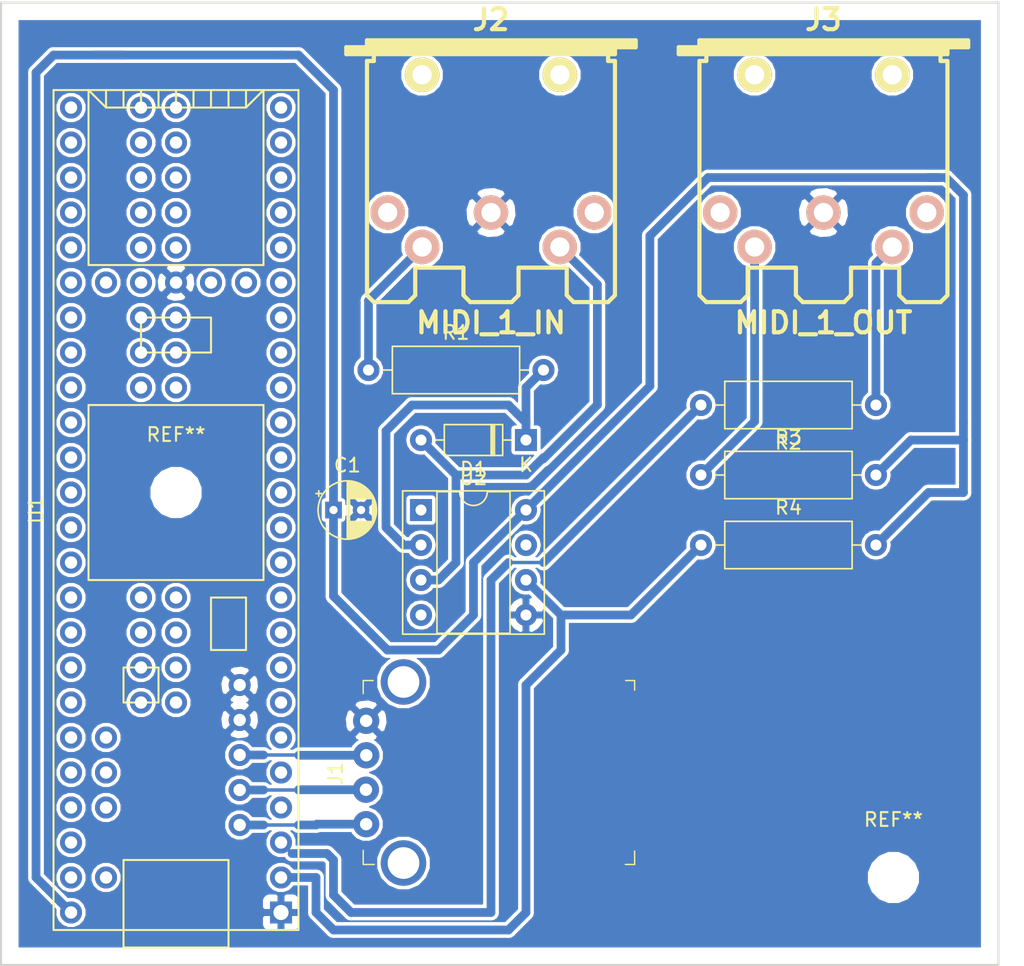
<source format=kicad_pcb>
(kicad_pcb (version 20171130) (host pcbnew "(5.0.2)-1")

  (general
    (thickness 1.6)
    (drawings 4)
    (tracks 93)
    (zones 0)
    (modules 13)
    (nets 96)
  )

  (page USLetter)
  (layers
    (0 F.Cu signal)
    (31 B.Cu signal)
    (32 B.Adhes user)
    (33 F.Adhes user)
    (34 B.Paste user)
    (35 F.Paste user)
    (36 B.SilkS user)
    (37 F.SilkS user)
    (38 B.Mask user)
    (39 F.Mask user)
    (40 Dwgs.User user)
    (41 Cmts.User user)
    (42 Eco1.User user)
    (43 Eco2.User user)
    (44 Edge.Cuts user)
    (45 Margin user)
    (46 B.CrtYd user)
    (47 F.CrtYd user)
    (48 B.Fab user)
    (49 F.Fab user)
  )

  (setup
    (last_trace_width 0.25)
    (user_trace_width 0.508)
    (user_trace_width 0.635)
    (trace_clearance 0.254)
    (zone_clearance 0.254)
    (zone_45_only no)
    (trace_min 0.2)
    (segment_width 0.2)
    (edge_width 0.15)
    (via_size 0.8)
    (via_drill 0.4)
    (via_min_size 0.4)
    (via_min_drill 0.3)
    (uvia_size 0.3)
    (uvia_drill 0.1)
    (uvias_allowed no)
    (uvia_min_size 0.2)
    (uvia_min_drill 0.1)
    (pcb_text_width 0.3)
    (pcb_text_size 1.5 1.5)
    (mod_edge_width 0.15)
    (mod_text_size 1 1)
    (mod_text_width 0.15)
    (pad_size 1.6 1.6)
    (pad_drill 0.9)
    (pad_to_mask_clearance 0.051)
    (solder_mask_min_width 0.25)
    (aux_axis_origin 101.6 110.49)
    (grid_origin 101.6 110.49)
    (visible_elements 7FFFFFFF)
    (pcbplotparams
      (layerselection 0x01000_ffffffff)
      (usegerberextensions false)
      (usegerberattributes false)
      (usegerberadvancedattributes false)
      (creategerberjobfile false)
      (excludeedgelayer true)
      (linewidth 0.100000)
      (plotframeref false)
      (viasonmask false)
      (mode 1)
      (useauxorigin true)
      (hpglpennumber 1)
      (hpglpenspeed 20)
      (hpglpendiameter 15.000000)
      (psnegative false)
      (psa4output false)
      (plotreference true)
      (plotvalue true)
      (plotinvisibletext false)
      (padsonsilk false)
      (subtractmaskfromsilk false)
      (outputformat 1)
      (mirror false)
      (drillshape 0)
      (scaleselection 1)
      (outputdirectory "export/"))
  )

  (net 0 "")
  (net 1 /5V)
  (net 2 GND)
  (net 3 "Net-(D1-Pad1)")
  (net 4 "Net-(D1-Pad2)")
  (net 5 /H_USB_5V)
  (net 6 /H_USB_D-)
  (net 7 /H_USB_D+)
  (net 8 "Net-(J2-Pad3)")
  (net 9 "Net-(J2-Pad4)")
  (net 10 "Net-(J2-Pad1)")
  (net 11 "Net-(J3-Pad5)")
  (net 12 "Net-(J3-Pad1)")
  (net 13 "Net-(J3-Pad4)")
  (net 14 "Net-(J3-Pad3)")
  (net 15 /MIDI_1_OUT)
  (net 16 /MIDI_1_IN)
  (net 17 "Net-(U1-Pad17)")
  (net 18 "Net-(U1-Pad18)")
  (net 19 "Net-(U1-Pad19)")
  (net 20 "Net-(U1-Pad20)")
  (net 21 "Net-(U1-Pad16)")
  (net 22 "Net-(U1-Pad15)")
  (net 23 "Net-(U1-Pad14)")
  (net 24 "Net-(U1-Pad21)")
  (net 25 "Net-(U1-Pad22)")
  (net 26 "Net-(U1-Pad23)")
  (net 27 "Net-(U1-Pad24)")
  (net 28 "Net-(U1-Pad25)")
  (net 29 "Net-(U1-Pad26)")
  (net 30 "Net-(U1-Pad28)")
  (net 31 "Net-(U1-Pad29)")
  (net 32 "Net-(U1-Pad30)")
  (net 33 "Net-(U1-Pad31)")
  (net 34 "Net-(U1-Pad32)")
  (net 35 "Net-(U1-Pad33)")
  (net 36 "Net-(U1-Pad34)")
  (net 37 "Net-(U1-Pad35)")
  (net 38 "Net-(U1-Pad36)")
  (net 39 "Net-(U1-Pad37)")
  (net 40 "Net-(U1-Pad13)")
  (net 41 "Net-(U1-Pad12)")
  (net 42 "Net-(U1-Pad11)")
  (net 43 "Net-(U1-Pad10)")
  (net 44 "Net-(U1-Pad9)")
  (net 45 "Net-(U1-Pad8)")
  (net 46 "Net-(U1-Pad7)")
  (net 47 "Net-(U1-Pad6)")
  (net 48 "Net-(U1-Pad5)")
  (net 49 "Net-(U1-Pad4)")
  (net 50 "Net-(U1-Pad38)")
  (net 51 "Net-(U1-Pad39)")
  (net 52 "Net-(U1-Pad40)")
  (net 53 "Net-(U1-Pad41)")
  (net 54 "Net-(U1-Pad42)")
  (net 55 "Net-(U1-Pad43)")
  (net 56 "Net-(U1-Pad44)")
  (net 57 "Net-(U1-Pad45)")
  (net 58 "Net-(U1-Pad46)")
  (net 59 "Net-(U1-Pad47)")
  (net 60 "Net-(U1-Pad48)")
  (net 61 "Net-(U1-Pad49)")
  (net 62 "Net-(U1-Pad50)")
  (net 63 "Net-(U1-Pad51)")
  (net 64 "Net-(U1-Pad52)")
  (net 65 "Net-(U1-Pad54)")
  (net 66 "Net-(U1-Pad55)")
  (net 67 "Net-(U1-Pad56)")
  (net 68 "Net-(U1-Pad57)")
  (net 69 "Net-(U1-Pad63)")
  (net 70 "Net-(U1-Pad64)")
  (net 71 "Net-(U1-Pad65)")
  (net 72 "Net-(U1-Pad66)")
  (net 73 "Net-(U1-Pad67)")
  (net 74 "Net-(U1-Pad68)")
  (net 75 "Net-(U1-Pad69)")
  (net 76 "Net-(U1-Pad70)")
  (net 77 "Net-(U1-Pad71)")
  (net 78 "Net-(U1-Pad72)")
  (net 79 "Net-(U1-Pad73)")
  (net 80 "Net-(U1-Pad74)")
  (net 81 "Net-(U1-Pad75)")
  (net 82 "Net-(U1-Pad76)")
  (net 83 "Net-(U1-Pad77)")
  (net 84 "Net-(U1-Pad78)")
  (net 85 "Net-(U1-Pad79)")
  (net 86 "Net-(U1-Pad80)")
  (net 87 "Net-(U1-Pad81)")
  (net 88 "Net-(U1-Pad82)")
  (net 89 "Net-(U1-Pad83)")
  (net 90 "Net-(U1-Pad84)")
  (net 91 "Net-(U1-Pad85)")
  (net 92 "Net-(U1-Pad86)")
  (net 93 "Net-(U2-Pad1)")
  (net 94 "Net-(U2-Pad7)")
  (net 95 "Net-(U2-Pad4)")

  (net_class Default "This is the default net class."
    (clearance 0.254)
    (trace_width 0.25)
    (via_dia 0.8)
    (via_drill 0.4)
    (uvia_dia 0.3)
    (uvia_drill 0.1)
    (add_net /5V)
    (add_net /H_USB_5V)
    (add_net /H_USB_D+)
    (add_net /H_USB_D-)
    (add_net /MIDI_1_IN)
    (add_net /MIDI_1_OUT)
    (add_net GND)
    (add_net "Net-(D1-Pad1)")
    (add_net "Net-(D1-Pad2)")
    (add_net "Net-(J2-Pad1)")
    (add_net "Net-(J2-Pad3)")
    (add_net "Net-(J2-Pad4)")
    (add_net "Net-(J3-Pad1)")
    (add_net "Net-(J3-Pad3)")
    (add_net "Net-(J3-Pad4)")
    (add_net "Net-(J3-Pad5)")
    (add_net "Net-(U1-Pad10)")
    (add_net "Net-(U1-Pad11)")
    (add_net "Net-(U1-Pad12)")
    (add_net "Net-(U1-Pad13)")
    (add_net "Net-(U1-Pad14)")
    (add_net "Net-(U1-Pad15)")
    (add_net "Net-(U1-Pad16)")
    (add_net "Net-(U1-Pad17)")
    (add_net "Net-(U1-Pad18)")
    (add_net "Net-(U1-Pad19)")
    (add_net "Net-(U1-Pad20)")
    (add_net "Net-(U1-Pad21)")
    (add_net "Net-(U1-Pad22)")
    (add_net "Net-(U1-Pad23)")
    (add_net "Net-(U1-Pad24)")
    (add_net "Net-(U1-Pad25)")
    (add_net "Net-(U1-Pad26)")
    (add_net "Net-(U1-Pad28)")
    (add_net "Net-(U1-Pad29)")
    (add_net "Net-(U1-Pad30)")
    (add_net "Net-(U1-Pad31)")
    (add_net "Net-(U1-Pad32)")
    (add_net "Net-(U1-Pad33)")
    (add_net "Net-(U1-Pad34)")
    (add_net "Net-(U1-Pad35)")
    (add_net "Net-(U1-Pad36)")
    (add_net "Net-(U1-Pad37)")
    (add_net "Net-(U1-Pad38)")
    (add_net "Net-(U1-Pad39)")
    (add_net "Net-(U1-Pad4)")
    (add_net "Net-(U1-Pad40)")
    (add_net "Net-(U1-Pad41)")
    (add_net "Net-(U1-Pad42)")
    (add_net "Net-(U1-Pad43)")
    (add_net "Net-(U1-Pad44)")
    (add_net "Net-(U1-Pad45)")
    (add_net "Net-(U1-Pad46)")
    (add_net "Net-(U1-Pad47)")
    (add_net "Net-(U1-Pad48)")
    (add_net "Net-(U1-Pad49)")
    (add_net "Net-(U1-Pad5)")
    (add_net "Net-(U1-Pad50)")
    (add_net "Net-(U1-Pad51)")
    (add_net "Net-(U1-Pad52)")
    (add_net "Net-(U1-Pad54)")
    (add_net "Net-(U1-Pad55)")
    (add_net "Net-(U1-Pad56)")
    (add_net "Net-(U1-Pad57)")
    (add_net "Net-(U1-Pad6)")
    (add_net "Net-(U1-Pad63)")
    (add_net "Net-(U1-Pad64)")
    (add_net "Net-(U1-Pad65)")
    (add_net "Net-(U1-Pad66)")
    (add_net "Net-(U1-Pad67)")
    (add_net "Net-(U1-Pad68)")
    (add_net "Net-(U1-Pad69)")
    (add_net "Net-(U1-Pad7)")
    (add_net "Net-(U1-Pad70)")
    (add_net "Net-(U1-Pad71)")
    (add_net "Net-(U1-Pad72)")
    (add_net "Net-(U1-Pad73)")
    (add_net "Net-(U1-Pad74)")
    (add_net "Net-(U1-Pad75)")
    (add_net "Net-(U1-Pad76)")
    (add_net "Net-(U1-Pad77)")
    (add_net "Net-(U1-Pad78)")
    (add_net "Net-(U1-Pad79)")
    (add_net "Net-(U1-Pad8)")
    (add_net "Net-(U1-Pad80)")
    (add_net "Net-(U1-Pad81)")
    (add_net "Net-(U1-Pad82)")
    (add_net "Net-(U1-Pad83)")
    (add_net "Net-(U1-Pad84)")
    (add_net "Net-(U1-Pad85)")
    (add_net "Net-(U1-Pad86)")
    (add_net "Net-(U1-Pad9)")
    (add_net "Net-(U2-Pad1)")
    (add_net "Net-(U2-Pad4)")
    (add_net "Net-(U2-Pad7)")
  )

  (module teensy:Teensy35_36 (layer F.Cu) (tedit 5C4B722C) (tstamp 5C445814)
    (at 114.3 77.47 90)
    (path /5C3FEA3C)
    (fp_text reference U1 (at 0 -10.16 90) (layer F.SilkS)
      (effects (font (size 1 1) (thickness 0.15)))
    )
    (fp_text value Teensy3.6 (at 0 10.16 90) (layer F.Fab)
      (effects (font (size 1 1) (thickness 0.15)))
    )
    (fp_line (start -30.48 8.89) (end -30.48 -8.89) (layer F.SilkS) (width 0.15))
    (fp_line (start 30.48 -8.89) (end 30.48 8.89) (layer F.SilkS) (width 0.15))
    (fp_line (start 11.43 -2.54) (end 13.97 -2.54) (layer F.SilkS) (width 0.15))
    (fp_line (start 11.43 2.54) (end 11.43 -2.54) (layer F.SilkS) (width 0.15))
    (fp_line (start 13.97 2.54) (end 11.43 2.54) (layer F.SilkS) (width 0.15))
    (fp_line (start 13.97 -2.54) (end 13.97 2.54) (layer F.SilkS) (width 0.15))
    (fp_line (start -25.4 3.81) (end -30.48 3.81) (layer F.SilkS) (width 0.15))
    (fp_line (start -25.4 -3.81) (end -30.48 -3.81) (layer F.SilkS) (width 0.15))
    (fp_line (start -25.4 3.81) (end -25.4 -3.81) (layer F.SilkS) (width 0.15))
    (fp_line (start -31.75 -3.81) (end -30.48 -3.81) (layer F.SilkS) (width 0.15))
    (fp_line (start -31.75 3.81) (end -31.75 -3.81) (layer F.SilkS) (width 0.15))
    (fp_line (start -30.48 3.81) (end -31.75 3.81) (layer F.SilkS) (width 0.15))
    (fp_line (start -30.48 8.89) (end 30.48 8.89) (layer F.SilkS) (width 0.15))
    (fp_line (start 30.48 -8.89) (end -30.48 -8.89) (layer F.SilkS) (width 0.15))
    (fp_line (start 17.78 6.35) (end 30.48 6.35) (layer F.SilkS) (width 0.15))
    (fp_line (start 17.78 -6.35) (end 17.78 6.35) (layer F.SilkS) (width 0.15))
    (fp_line (start 30.48 -6.35) (end 17.78 -6.35) (layer F.SilkS) (width 0.15))
    (fp_line (start 29.21 -5.08) (end 30.48 -6.35) (layer F.SilkS) (width 0.15))
    (fp_line (start 29.21 5.08) (end 29.21 -5.08) (layer F.SilkS) (width 0.15))
    (fp_line (start 30.48 6.35) (end 29.21 5.08) (layer F.SilkS) (width 0.15))
    (fp_line (start 29.21 -5.08) (end 30.48 -5.08) (layer F.SilkS) (width 0.15))
    (fp_line (start 29.21 -3.81) (end 30.48 -3.81) (layer F.SilkS) (width 0.15))
    (fp_line (start 29.21 -2.54) (end 30.48 -2.54) (layer F.SilkS) (width 0.15))
    (fp_line (start 29.21 -1.27) (end 30.48 -1.27) (layer F.SilkS) (width 0.15))
    (fp_line (start 29.21 0) (end 30.48 0) (layer F.SilkS) (width 0.15))
    (fp_line (start 29.21 1.27) (end 30.48 1.27) (layer F.SilkS) (width 0.15))
    (fp_line (start 29.21 2.54) (end 30.48 2.54) (layer F.SilkS) (width 0.15))
    (fp_line (start 29.21 3.81) (end 30.48 3.81) (layer F.SilkS) (width 0.15))
    (fp_line (start 29.21 5.08) (end 30.48 5.08) (layer F.SilkS) (width 0.15))
    (fp_line (start -5.08 -6.35) (end 7.62 -6.35) (layer F.SilkS) (width 0.15))
    (fp_line (start -5.08 6.35) (end 7.62 6.35) (layer F.SilkS) (width 0.15))
    (fp_line (start -5.08 -6.35) (end -5.08 6.35) (layer F.SilkS) (width 0.15))
    (fp_line (start 7.62 6.35) (end 7.62 -6.35) (layer F.SilkS) (width 0.15))
    (fp_line (start -6.35 2.54) (end -6.35 5.08) (layer F.SilkS) (width 0.15))
    (fp_line (start -10.16 2.54) (end -6.35 2.54) (layer F.SilkS) (width 0.15))
    (fp_line (start -10.16 5.08) (end -10.16 2.54) (layer F.SilkS) (width 0.15))
    (fp_line (start -6.35 5.08) (end -10.16 5.08) (layer F.SilkS) (width 0.15))
    (fp_line (start -11.43 -3.81) (end -13.97 -3.81) (layer F.SilkS) (width 0.15))
    (fp_line (start -11.43 -1.27) (end -11.43 -3.81) (layer F.SilkS) (width 0.15))
    (fp_line (start -13.97 -1.27) (end -11.43 -1.27) (layer F.SilkS) (width 0.15))
    (fp_line (start -13.97 -3.81) (end -13.97 -1.27) (layer F.SilkS) (width 0.15))
    (pad 62 thru_hole circle (at -12.7 4.62 90) (size 1.6 1.6) (drill 0.9) (layers *.Cu *.Mask)
      (net 2 GND))
    (pad 61 thru_hole circle (at -15.24 4.62 90) (size 1.6 1.6) (drill 0.9) (layers *.Cu *.Mask)
      (net 2 GND))
    (pad 60 thru_hole circle (at -17.78 4.62 90) (size 1.6 1.6) (drill 0.9) (layers *.Cu *.Mask)
      (net 7 /H_USB_D+))
    (pad 59 thru_hole circle (at -20.32 4.62 90) (size 1.6 1.6) (drill 0.9) (layers *.Cu *.Mask)
      (net 6 /H_USB_D-))
    (pad 58 thru_hole circle (at -22.86 4.62 90) (size 1.6 1.6) (drill 0.9) (layers *.Cu *.Mask)
      (net 5 /H_USB_5V))
    (pad 86 thru_hole circle (at -13.97 -2.54 90) (size 1.6 1.6) (drill 0.9) (layers *.Cu *.Mask)
      (net 92 "Net-(U1-Pad86)"))
    (pad 85 thru_hole circle (at -11.43 -2.54 90) (size 1.6 1.6) (drill 0.9) (layers *.Cu *.Mask)
      (net 91 "Net-(U1-Pad85)"))
    (pad 84 thru_hole circle (at -8.89 -2.54 90) (size 1.6 1.6) (drill 0.9) (layers *.Cu *.Mask)
      (net 90 "Net-(U1-Pad84)"))
    (pad 83 thru_hole circle (at -6.35 -2.54 90) (size 1.6 1.6) (drill 0.9) (layers *.Cu *.Mask)
      (net 89 "Net-(U1-Pad83)"))
    (pad 82 thru_hole circle (at 8.89 -2.54 90) (size 1.6 1.6) (drill 0.9) (layers *.Cu *.Mask)
      (net 88 "Net-(U1-Pad82)"))
    (pad 81 thru_hole circle (at 11.43 -2.54 90) (size 1.6 1.6) (drill 0.9) (layers *.Cu *.Mask)
      (net 87 "Net-(U1-Pad81)"))
    (pad 80 thru_hole circle (at 13.97 -2.54 90) (size 1.6 1.6) (drill 0.9) (layers *.Cu *.Mask)
      (net 86 "Net-(U1-Pad80)"))
    (pad 79 thru_hole circle (at 19.05 -2.54 90) (size 1.6 1.6) (drill 0.9) (layers *.Cu *.Mask)
      (net 85 "Net-(U1-Pad79)"))
    (pad 78 thru_hole circle (at 21.59 -2.54 90) (size 1.6 1.6) (drill 0.9) (layers *.Cu *.Mask)
      (net 84 "Net-(U1-Pad78)"))
    (pad 77 thru_hole circle (at 24.13 -2.54 90) (size 1.6 1.6) (drill 0.9) (layers *.Cu *.Mask)
      (net 83 "Net-(U1-Pad77)"))
    (pad 76 thru_hole circle (at 26.67 -2.54 90) (size 1.6 1.6) (drill 0.9) (layers *.Cu *.Mask)
      (net 82 "Net-(U1-Pad76)"))
    (pad 75 thru_hole circle (at 29.21 -2.54 90) (size 1.6 1.6) (drill 0.9) (layers *.Cu *.Mask)
      (net 81 "Net-(U1-Pad75)"))
    (pad 74 thru_hole circle (at 29.21 0 90) (size 1.6 1.6) (drill 0.9) (layers *.Cu *.Mask)
      (net 80 "Net-(U1-Pad74)"))
    (pad 73 thru_hole circle (at 26.67 0 90) (size 1.6 1.6) (drill 0.9) (layers *.Cu *.Mask)
      (net 79 "Net-(U1-Pad73)"))
    (pad 72 thru_hole circle (at 24.13 0 90) (size 1.6 1.6) (drill 0.9) (layers *.Cu *.Mask)
      (net 78 "Net-(U1-Pad72)"))
    (pad 71 thru_hole circle (at 21.59 0 90) (size 1.6 1.6) (drill 0.9) (layers *.Cu *.Mask)
      (net 77 "Net-(U1-Pad71)"))
    (pad 70 thru_hole circle (at 19.05 0 90) (size 1.6 1.6) (drill 0.9) (layers *.Cu *.Mask)
      (net 76 "Net-(U1-Pad70)"))
    (pad 69 thru_hole circle (at 13.97 0 90) (size 1.6 1.6) (drill 0.9) (layers *.Cu *.Mask)
      (net 75 "Net-(U1-Pad69)"))
    (pad 68 thru_hole circle (at 11.43 0 90) (size 1.6 1.6) (drill 0.9) (layers *.Cu *.Mask)
      (net 74 "Net-(U1-Pad68)"))
    (pad 67 thru_hole circle (at 8.89 0 90) (size 1.6 1.6) (drill 0.9) (layers *.Cu *.Mask)
      (net 73 "Net-(U1-Pad67)"))
    (pad 66 thru_hole circle (at -6.35 0 90) (size 1.6 1.6) (drill 0.9) (layers *.Cu *.Mask)
      (net 72 "Net-(U1-Pad66)"))
    (pad 65 thru_hole circle (at -8.89 0 90) (size 1.6 1.6) (drill 0.9) (layers *.Cu *.Mask)
      (net 71 "Net-(U1-Pad65)"))
    (pad 64 thru_hole circle (at -11.43 0 90) (size 1.6 1.6) (drill 0.9) (layers *.Cu *.Mask)
      (net 70 "Net-(U1-Pad64)"))
    (pad 63 thru_hole circle (at -13.97 0 90) (size 1.6 1.6) (drill 0.9) (layers *.Cu *.Mask)
      (net 69 "Net-(U1-Pad63)"))
    (pad 57 thru_hole circle (at -16.51 -5.08 90) (size 1.6 1.6) (drill 0.9) (layers *.Cu *.Mask)
      (net 68 "Net-(U1-Pad57)"))
    (pad 56 thru_hole circle (at -19.05 -5.08 90) (size 1.6 1.6) (drill 0.9) (layers *.Cu *.Mask)
      (net 67 "Net-(U1-Pad56)"))
    (pad 55 thru_hole circle (at -21.59 -5.08 90) (size 1.6 1.6) (drill 0.9) (layers *.Cu *.Mask)
      (net 66 "Net-(U1-Pad55)"))
    (pad 54 thru_hole circle (at -26.67 -5.08 90) (size 1.6 1.6) (drill 0.9) (layers *.Cu *.Mask)
      (net 65 "Net-(U1-Pad54)"))
    (pad 53 thru_hole circle (at -29.21 -7.62 90) (size 1.6 1.6) (drill 0.9) (layers *.Cu *.Mask)
      (net 1 /5V))
    (pad 52 thru_hole circle (at -26.67 -7.62 90) (size 1.6 1.6) (drill 0.9) (layers *.Cu *.Mask)
      (net 64 "Net-(U1-Pad52)"))
    (pad 51 thru_hole circle (at -24.13 -7.62 90) (size 1.6 1.6) (drill 0.9) (layers *.Cu *.Mask)
      (net 63 "Net-(U1-Pad51)"))
    (pad 50 thru_hole circle (at -21.59 -7.62 90) (size 1.6 1.6) (drill 0.9) (layers *.Cu *.Mask)
      (net 62 "Net-(U1-Pad50)"))
    (pad 49 thru_hole circle (at -19.05 -7.62 90) (size 1.6 1.6) (drill 0.9) (layers *.Cu *.Mask)
      (net 61 "Net-(U1-Pad49)"))
    (pad 48 thru_hole circle (at -16.51 -7.62 90) (size 1.6 1.6) (drill 0.9) (layers *.Cu *.Mask)
      (net 60 "Net-(U1-Pad48)"))
    (pad 47 thru_hole circle (at -13.97 -7.62 90) (size 1.6 1.6) (drill 0.9) (layers *.Cu *.Mask)
      (net 59 "Net-(U1-Pad47)"))
    (pad 46 thru_hole circle (at -11.43 -7.62 90) (size 1.6 1.6) (drill 0.9) (layers *.Cu *.Mask)
      (net 58 "Net-(U1-Pad46)"))
    (pad 45 thru_hole circle (at -8.89 -7.62 90) (size 1.6 1.6) (drill 0.9) (layers *.Cu *.Mask)
      (net 57 "Net-(U1-Pad45)"))
    (pad 44 thru_hole circle (at -6.35 -7.62 90) (size 1.6 1.6) (drill 0.9) (layers *.Cu *.Mask)
      (net 56 "Net-(U1-Pad44)"))
    (pad 43 thru_hole circle (at -3.81 -7.62 90) (size 1.6 1.6) (drill 0.9) (layers *.Cu *.Mask)
      (net 55 "Net-(U1-Pad43)"))
    (pad 42 thru_hole circle (at -1.27 -7.62 90) (size 1.6 1.6) (drill 0.9) (layers *.Cu *.Mask)
      (net 54 "Net-(U1-Pad42)"))
    (pad 41 thru_hole circle (at 1.27 -7.62 90) (size 1.6 1.6) (drill 0.9) (layers *.Cu *.Mask)
      (net 53 "Net-(U1-Pad41)"))
    (pad 40 thru_hole circle (at 3.81 -7.62 90) (size 1.6 1.6) (drill 0.9) (layers *.Cu *.Mask)
      (net 52 "Net-(U1-Pad40)"))
    (pad 39 thru_hole circle (at 6.35 -7.62 90) (size 1.6 1.6) (drill 0.9) (layers *.Cu *.Mask)
      (net 51 "Net-(U1-Pad39)"))
    (pad 38 thru_hole circle (at 8.89 -7.62 90) (size 1.6 1.6) (drill 0.9) (layers *.Cu *.Mask)
      (net 50 "Net-(U1-Pad38)"))
    (pad 1 thru_hole rect (at -29.21 7.62 90) (size 1.6 1.6) (drill 1.1) (layers *.Cu *.Mask)
      (net 2 GND))
    (pad 2 thru_hole circle (at -26.67 7.62 90) (size 1.6 1.6) (drill 0.9) (layers *.Cu *.Mask)
      (net 16 /MIDI_1_IN))
    (pad 3 thru_hole circle (at -24.13 7.62 90) (size 1.6 1.6) (drill 0.9) (layers *.Cu *.Mask)
      (net 15 /MIDI_1_OUT))
    (pad 4 thru_hole circle (at -21.59 7.62 90) (size 1.6 1.6) (drill 0.9) (layers *.Cu *.Mask)
      (net 49 "Net-(U1-Pad4)"))
    (pad 5 thru_hole circle (at -19.05 7.62 90) (size 1.6 1.6) (drill 0.9) (layers *.Cu *.Mask)
      (net 48 "Net-(U1-Pad5)"))
    (pad 6 thru_hole circle (at -16.51 7.62 90) (size 1.6 1.6) (drill 0.9) (layers *.Cu *.Mask)
      (net 47 "Net-(U1-Pad6)"))
    (pad 7 thru_hole circle (at -13.97 7.62 90) (size 1.6 1.6) (drill 0.9) (layers *.Cu *.Mask)
      (net 46 "Net-(U1-Pad7)"))
    (pad 8 thru_hole circle (at -11.43 7.62 90) (size 1.6 1.6) (drill 0.9) (layers *.Cu *.Mask)
      (net 45 "Net-(U1-Pad8)"))
    (pad 9 thru_hole circle (at -8.89 7.62 90) (size 1.6 1.6) (drill 0.9) (layers *.Cu *.Mask)
      (net 44 "Net-(U1-Pad9)"))
    (pad 10 thru_hole circle (at -6.35 7.62 90) (size 1.6 1.6) (drill 0.9) (layers *.Cu *.Mask)
      (net 43 "Net-(U1-Pad10)"))
    (pad 11 thru_hole circle (at -3.81 7.62 90) (size 1.6 1.6) (drill 0.9) (layers *.Cu *.Mask)
      (net 42 "Net-(U1-Pad11)"))
    (pad 12 thru_hole circle (at -1.27 7.62 90) (size 1.6 1.6) (drill 0.9) (layers *.Cu *.Mask)
      (net 41 "Net-(U1-Pad12)"))
    (pad 13 thru_hole circle (at 1.27 7.62 90) (size 1.6 1.6) (drill 0.9) (layers *.Cu *.Mask)
      (net 40 "Net-(U1-Pad13)"))
    (pad 37 thru_hole circle (at 11.43 -7.62 90) (size 1.6 1.6) (drill 0.9) (layers *.Cu *.Mask)
      (net 39 "Net-(U1-Pad37)"))
    (pad 36 thru_hole circle (at 13.97 -7.62 90) (size 1.6 1.6) (drill 0.9) (layers *.Cu *.Mask)
      (net 38 "Net-(U1-Pad36)"))
    (pad 35 thru_hole circle (at 16.51 -7.62 90) (size 1.6 1.6) (drill 0.9) (layers *.Cu *.Mask)
      (net 37 "Net-(U1-Pad35)"))
    (pad 34 thru_hole circle (at 19.05 -7.62 90) (size 1.6 1.6) (drill 0.9) (layers *.Cu *.Mask)
      (net 36 "Net-(U1-Pad34)"))
    (pad 33 thru_hole circle (at 21.59 -7.62 90) (size 1.6 1.6) (drill 0.9) (layers *.Cu *.Mask)
      (net 35 "Net-(U1-Pad33)"))
    (pad 32 thru_hole circle (at 24.13 -7.62 90) (size 1.6 1.6) (drill 0.9) (layers *.Cu *.Mask)
      (net 34 "Net-(U1-Pad32)"))
    (pad 31 thru_hole circle (at 26.67 -7.62 90) (size 1.6 1.6) (drill 0.9) (layers *.Cu *.Mask)
      (net 33 "Net-(U1-Pad31)"))
    (pad 30 thru_hole circle (at 29.21 -7.62 90) (size 1.6 1.6) (drill 0.9) (layers *.Cu *.Mask)
      (net 32 "Net-(U1-Pad30)"))
    (pad 29 thru_hole circle (at 16.51 -5.08 90) (size 1.6 1.6) (drill 0.9) (layers *.Cu *.Mask)
      (net 31 "Net-(U1-Pad29)"))
    (pad 28 thru_hole circle (at 16.51 -2.54 90) (size 1.6 1.6) (drill 0.9) (layers *.Cu *.Mask)
      (net 30 "Net-(U1-Pad28)"))
    (pad 27 thru_hole circle (at 16.51 0 90) (size 1.6 1.6) (drill 0.9) (layers *.Cu *.Mask)
      (net 2 GND))
    (pad 26 thru_hole circle (at 16.51 2.54 90) (size 1.6 1.6) (drill 0.9) (layers *.Cu *.Mask)
      (net 29 "Net-(U1-Pad26)"))
    (pad 25 thru_hole circle (at 16.51 5.08 90) (size 1.6 1.6) (drill 0.9) (layers *.Cu *.Mask)
      (net 28 "Net-(U1-Pad25)"))
    (pad 24 thru_hole circle (at 29.21 7.62 90) (size 1.6 1.6) (drill 0.9) (layers *.Cu *.Mask)
      (net 27 "Net-(U1-Pad24)"))
    (pad 23 thru_hole circle (at 26.67 7.62 90) (size 1.6 1.6) (drill 0.9) (layers *.Cu *.Mask)
      (net 26 "Net-(U1-Pad23)"))
    (pad 22 thru_hole circle (at 24.13 7.62 90) (size 1.6 1.6) (drill 0.9) (layers *.Cu *.Mask)
      (net 25 "Net-(U1-Pad22)"))
    (pad 21 thru_hole circle (at 21.59 7.62 90) (size 1.6 1.6) (drill 0.9) (layers *.Cu *.Mask)
      (net 24 "Net-(U1-Pad21)"))
    (pad 14 thru_hole circle (at 3.81 7.62 90) (size 1.6 1.6) (drill 0.9) (layers *.Cu *.Mask)
      (net 23 "Net-(U1-Pad14)"))
    (pad 15 thru_hole circle (at 6.35 7.62 90) (size 1.6 1.6) (drill 0.9) (layers *.Cu *.Mask)
      (net 22 "Net-(U1-Pad15)"))
    (pad 16 thru_hole circle (at 8.89 7.62 90) (size 1.6 1.6) (drill 0.9) (layers *.Cu *.Mask)
      (net 21 "Net-(U1-Pad16)"))
    (pad 20 thru_hole circle (at 19.05 7.62 90) (size 1.6 1.6) (drill 0.9) (layers *.Cu *.Mask)
      (net 20 "Net-(U1-Pad20)"))
    (pad 19 thru_hole circle (at 16.51 7.62 90) (size 1.6 1.6) (drill 0.9) (layers *.Cu *.Mask)
      (net 19 "Net-(U1-Pad19)"))
    (pad 18 thru_hole circle (at 13.97 7.62 90) (size 1.6 1.6) (drill 0.9) (layers *.Cu *.Mask)
      (net 18 "Net-(U1-Pad18)"))
    (pad 17 thru_hole circle (at 11.43 7.62 90) (size 1.6 1.6) (drill 0.9) (layers *.Cu *.Mask)
      (net 17 "Net-(U1-Pad17)"))
  )

  (module MountingHole:MountingHole_3.2mm_M3 (layer F.Cu) (tedit 56D1B4CB) (tstamp 5C4A42D5)
    (at 114.3 76.2)
    (descr "Mounting Hole 3.2mm, no annular, M3")
    (tags "mounting hole 3.2mm no annular m3")
    (attr virtual)
    (fp_text reference REF** (at 0 -4.2) (layer F.SilkS)
      (effects (font (size 1 1) (thickness 0.15)))
    )
    (fp_text value MountingHole_3.2mm_M3 (at 0 4.2) (layer F.Fab)
      (effects (font (size 1 1) (thickness 0.15)))
    )
    (fp_text user %R (at 0.3 0) (layer F.Fab)
      (effects (font (size 1 1) (thickness 0.15)))
    )
    (fp_circle (center 0 0) (end 3.2 0) (layer Cmts.User) (width 0.15))
    (fp_circle (center 0 0) (end 3.45 0) (layer F.CrtYd) (width 0.05))
    (pad 1 np_thru_hole circle (at 0 0) (size 3.2 3.2) (drill 3.2) (layers *.Cu *.Mask))
  )

  (module Capacitor_THT:CP_Radial_D4.0mm_P2.00mm (layer F.Cu) (tedit 5AE50EF0) (tstamp 5C4456A3)
    (at 125.73 77.47)
    (descr "CP, Radial series, Radial, pin pitch=2.00mm, , diameter=4mm, Electrolytic Capacitor")
    (tags "CP Radial series Radial pin pitch 2.00mm  diameter 4mm Electrolytic Capacitor")
    (path /5C40BBFB)
    (fp_text reference C1 (at 1 -3.25) (layer F.SilkS)
      (effects (font (size 1 1) (thickness 0.15)))
    )
    (fp_text value 0.1uf (at 1 3.25) (layer F.Fab)
      (effects (font (size 1 1) (thickness 0.15)))
    )
    (fp_circle (center 1 0) (end 3 0) (layer F.Fab) (width 0.1))
    (fp_circle (center 1 0) (end 3.12 0) (layer F.SilkS) (width 0.12))
    (fp_circle (center 1 0) (end 3.25 0) (layer F.CrtYd) (width 0.05))
    (fp_line (start -0.702554 -0.8675) (end -0.302554 -0.8675) (layer F.Fab) (width 0.1))
    (fp_line (start -0.502554 -1.0675) (end -0.502554 -0.6675) (layer F.Fab) (width 0.1))
    (fp_line (start 1 -2.08) (end 1 2.08) (layer F.SilkS) (width 0.12))
    (fp_line (start 1.04 -2.08) (end 1.04 2.08) (layer F.SilkS) (width 0.12))
    (fp_line (start 1.08 -2.079) (end 1.08 2.079) (layer F.SilkS) (width 0.12))
    (fp_line (start 1.12 -2.077) (end 1.12 2.077) (layer F.SilkS) (width 0.12))
    (fp_line (start 1.16 -2.074) (end 1.16 2.074) (layer F.SilkS) (width 0.12))
    (fp_line (start 1.2 -2.071) (end 1.2 -0.84) (layer F.SilkS) (width 0.12))
    (fp_line (start 1.2 0.84) (end 1.2 2.071) (layer F.SilkS) (width 0.12))
    (fp_line (start 1.24 -2.067) (end 1.24 -0.84) (layer F.SilkS) (width 0.12))
    (fp_line (start 1.24 0.84) (end 1.24 2.067) (layer F.SilkS) (width 0.12))
    (fp_line (start 1.28 -2.062) (end 1.28 -0.84) (layer F.SilkS) (width 0.12))
    (fp_line (start 1.28 0.84) (end 1.28 2.062) (layer F.SilkS) (width 0.12))
    (fp_line (start 1.32 -2.056) (end 1.32 -0.84) (layer F.SilkS) (width 0.12))
    (fp_line (start 1.32 0.84) (end 1.32 2.056) (layer F.SilkS) (width 0.12))
    (fp_line (start 1.36 -2.05) (end 1.36 -0.84) (layer F.SilkS) (width 0.12))
    (fp_line (start 1.36 0.84) (end 1.36 2.05) (layer F.SilkS) (width 0.12))
    (fp_line (start 1.4 -2.042) (end 1.4 -0.84) (layer F.SilkS) (width 0.12))
    (fp_line (start 1.4 0.84) (end 1.4 2.042) (layer F.SilkS) (width 0.12))
    (fp_line (start 1.44 -2.034) (end 1.44 -0.84) (layer F.SilkS) (width 0.12))
    (fp_line (start 1.44 0.84) (end 1.44 2.034) (layer F.SilkS) (width 0.12))
    (fp_line (start 1.48 -2.025) (end 1.48 -0.84) (layer F.SilkS) (width 0.12))
    (fp_line (start 1.48 0.84) (end 1.48 2.025) (layer F.SilkS) (width 0.12))
    (fp_line (start 1.52 -2.016) (end 1.52 -0.84) (layer F.SilkS) (width 0.12))
    (fp_line (start 1.52 0.84) (end 1.52 2.016) (layer F.SilkS) (width 0.12))
    (fp_line (start 1.56 -2.005) (end 1.56 -0.84) (layer F.SilkS) (width 0.12))
    (fp_line (start 1.56 0.84) (end 1.56 2.005) (layer F.SilkS) (width 0.12))
    (fp_line (start 1.6 -1.994) (end 1.6 -0.84) (layer F.SilkS) (width 0.12))
    (fp_line (start 1.6 0.84) (end 1.6 1.994) (layer F.SilkS) (width 0.12))
    (fp_line (start 1.64 -1.982) (end 1.64 -0.84) (layer F.SilkS) (width 0.12))
    (fp_line (start 1.64 0.84) (end 1.64 1.982) (layer F.SilkS) (width 0.12))
    (fp_line (start 1.68 -1.968) (end 1.68 -0.84) (layer F.SilkS) (width 0.12))
    (fp_line (start 1.68 0.84) (end 1.68 1.968) (layer F.SilkS) (width 0.12))
    (fp_line (start 1.721 -1.954) (end 1.721 -0.84) (layer F.SilkS) (width 0.12))
    (fp_line (start 1.721 0.84) (end 1.721 1.954) (layer F.SilkS) (width 0.12))
    (fp_line (start 1.761 -1.94) (end 1.761 -0.84) (layer F.SilkS) (width 0.12))
    (fp_line (start 1.761 0.84) (end 1.761 1.94) (layer F.SilkS) (width 0.12))
    (fp_line (start 1.801 -1.924) (end 1.801 -0.84) (layer F.SilkS) (width 0.12))
    (fp_line (start 1.801 0.84) (end 1.801 1.924) (layer F.SilkS) (width 0.12))
    (fp_line (start 1.841 -1.907) (end 1.841 -0.84) (layer F.SilkS) (width 0.12))
    (fp_line (start 1.841 0.84) (end 1.841 1.907) (layer F.SilkS) (width 0.12))
    (fp_line (start 1.881 -1.889) (end 1.881 -0.84) (layer F.SilkS) (width 0.12))
    (fp_line (start 1.881 0.84) (end 1.881 1.889) (layer F.SilkS) (width 0.12))
    (fp_line (start 1.921 -1.87) (end 1.921 -0.84) (layer F.SilkS) (width 0.12))
    (fp_line (start 1.921 0.84) (end 1.921 1.87) (layer F.SilkS) (width 0.12))
    (fp_line (start 1.961 -1.851) (end 1.961 -0.84) (layer F.SilkS) (width 0.12))
    (fp_line (start 1.961 0.84) (end 1.961 1.851) (layer F.SilkS) (width 0.12))
    (fp_line (start 2.001 -1.83) (end 2.001 -0.84) (layer F.SilkS) (width 0.12))
    (fp_line (start 2.001 0.84) (end 2.001 1.83) (layer F.SilkS) (width 0.12))
    (fp_line (start 2.041 -1.808) (end 2.041 -0.84) (layer F.SilkS) (width 0.12))
    (fp_line (start 2.041 0.84) (end 2.041 1.808) (layer F.SilkS) (width 0.12))
    (fp_line (start 2.081 -1.785) (end 2.081 -0.84) (layer F.SilkS) (width 0.12))
    (fp_line (start 2.081 0.84) (end 2.081 1.785) (layer F.SilkS) (width 0.12))
    (fp_line (start 2.121 -1.76) (end 2.121 -0.84) (layer F.SilkS) (width 0.12))
    (fp_line (start 2.121 0.84) (end 2.121 1.76) (layer F.SilkS) (width 0.12))
    (fp_line (start 2.161 -1.735) (end 2.161 -0.84) (layer F.SilkS) (width 0.12))
    (fp_line (start 2.161 0.84) (end 2.161 1.735) (layer F.SilkS) (width 0.12))
    (fp_line (start 2.201 -1.708) (end 2.201 -0.84) (layer F.SilkS) (width 0.12))
    (fp_line (start 2.201 0.84) (end 2.201 1.708) (layer F.SilkS) (width 0.12))
    (fp_line (start 2.241 -1.68) (end 2.241 -0.84) (layer F.SilkS) (width 0.12))
    (fp_line (start 2.241 0.84) (end 2.241 1.68) (layer F.SilkS) (width 0.12))
    (fp_line (start 2.281 -1.65) (end 2.281 -0.84) (layer F.SilkS) (width 0.12))
    (fp_line (start 2.281 0.84) (end 2.281 1.65) (layer F.SilkS) (width 0.12))
    (fp_line (start 2.321 -1.619) (end 2.321 -0.84) (layer F.SilkS) (width 0.12))
    (fp_line (start 2.321 0.84) (end 2.321 1.619) (layer F.SilkS) (width 0.12))
    (fp_line (start 2.361 -1.587) (end 2.361 -0.84) (layer F.SilkS) (width 0.12))
    (fp_line (start 2.361 0.84) (end 2.361 1.587) (layer F.SilkS) (width 0.12))
    (fp_line (start 2.401 -1.552) (end 2.401 -0.84) (layer F.SilkS) (width 0.12))
    (fp_line (start 2.401 0.84) (end 2.401 1.552) (layer F.SilkS) (width 0.12))
    (fp_line (start 2.441 -1.516) (end 2.441 -0.84) (layer F.SilkS) (width 0.12))
    (fp_line (start 2.441 0.84) (end 2.441 1.516) (layer F.SilkS) (width 0.12))
    (fp_line (start 2.481 -1.478) (end 2.481 -0.84) (layer F.SilkS) (width 0.12))
    (fp_line (start 2.481 0.84) (end 2.481 1.478) (layer F.SilkS) (width 0.12))
    (fp_line (start 2.521 -1.438) (end 2.521 -0.84) (layer F.SilkS) (width 0.12))
    (fp_line (start 2.521 0.84) (end 2.521 1.438) (layer F.SilkS) (width 0.12))
    (fp_line (start 2.561 -1.396) (end 2.561 -0.84) (layer F.SilkS) (width 0.12))
    (fp_line (start 2.561 0.84) (end 2.561 1.396) (layer F.SilkS) (width 0.12))
    (fp_line (start 2.601 -1.351) (end 2.601 -0.84) (layer F.SilkS) (width 0.12))
    (fp_line (start 2.601 0.84) (end 2.601 1.351) (layer F.SilkS) (width 0.12))
    (fp_line (start 2.641 -1.304) (end 2.641 -0.84) (layer F.SilkS) (width 0.12))
    (fp_line (start 2.641 0.84) (end 2.641 1.304) (layer F.SilkS) (width 0.12))
    (fp_line (start 2.681 -1.254) (end 2.681 -0.84) (layer F.SilkS) (width 0.12))
    (fp_line (start 2.681 0.84) (end 2.681 1.254) (layer F.SilkS) (width 0.12))
    (fp_line (start 2.721 -1.2) (end 2.721 -0.84) (layer F.SilkS) (width 0.12))
    (fp_line (start 2.721 0.84) (end 2.721 1.2) (layer F.SilkS) (width 0.12))
    (fp_line (start 2.761 -1.142) (end 2.761 -0.84) (layer F.SilkS) (width 0.12))
    (fp_line (start 2.761 0.84) (end 2.761 1.142) (layer F.SilkS) (width 0.12))
    (fp_line (start 2.801 -1.08) (end 2.801 -0.84) (layer F.SilkS) (width 0.12))
    (fp_line (start 2.801 0.84) (end 2.801 1.08) (layer F.SilkS) (width 0.12))
    (fp_line (start 2.841 -1.013) (end 2.841 1.013) (layer F.SilkS) (width 0.12))
    (fp_line (start 2.881 -0.94) (end 2.881 0.94) (layer F.SilkS) (width 0.12))
    (fp_line (start 2.921 -0.859) (end 2.921 0.859) (layer F.SilkS) (width 0.12))
    (fp_line (start 2.961 -0.768) (end 2.961 0.768) (layer F.SilkS) (width 0.12))
    (fp_line (start 3.001 -0.664) (end 3.001 0.664) (layer F.SilkS) (width 0.12))
    (fp_line (start 3.041 -0.537) (end 3.041 0.537) (layer F.SilkS) (width 0.12))
    (fp_line (start 3.081 -0.37) (end 3.081 0.37) (layer F.SilkS) (width 0.12))
    (fp_line (start -1.269801 -1.195) (end -0.869801 -1.195) (layer F.SilkS) (width 0.12))
    (fp_line (start -1.069801 -1.395) (end -1.069801 -0.995) (layer F.SilkS) (width 0.12))
    (fp_text user %R (at 1 0) (layer F.Fab)
      (effects (font (size 0.8 0.8) (thickness 0.12)))
    )
    (pad 1 thru_hole rect (at 0 0) (size 1.2 1.2) (drill 0.6) (layers *.Cu *.Mask)
      (net 1 /5V))
    (pad 2 thru_hole circle (at 2 0) (size 1.2 1.2) (drill 0.6) (layers *.Cu *.Mask)
      (net 2 GND))
    (model ${KISYS3DMOD}/Capacitor_THT.3dshapes/CP_Radial_D4.0mm_P2.00mm.wrl
      (at (xyz 0 0 0))
      (scale (xyz 1 1 1))
      (rotate (xyz 0 0 0))
    )
  )

  (module Diode_THT:D_DO-35_SOD27_P7.62mm_Horizontal (layer F.Cu) (tedit 5AE50CD5) (tstamp 5C4456C2)
    (at 139.7 72.39 180)
    (descr "Diode, DO-35_SOD27 series, Axial, Horizontal, pin pitch=7.62mm, , length*diameter=4*2mm^2, , http://www.diodes.com/_files/packages/DO-35.pdf")
    (tags "Diode DO-35_SOD27 series Axial Horizontal pin pitch 7.62mm  length 4mm diameter 2mm")
    (path /5C403A74)
    (fp_text reference D1 (at 3.81 -2.12 180) (layer F.SilkS)
      (effects (font (size 1 1) (thickness 0.15)))
    )
    (fp_text value 1N4148 (at 3.81 2.12 180) (layer F.Fab)
      (effects (font (size 1 1) (thickness 0.15)))
    )
    (fp_line (start 1.81 -1) (end 1.81 1) (layer F.Fab) (width 0.1))
    (fp_line (start 1.81 1) (end 5.81 1) (layer F.Fab) (width 0.1))
    (fp_line (start 5.81 1) (end 5.81 -1) (layer F.Fab) (width 0.1))
    (fp_line (start 5.81 -1) (end 1.81 -1) (layer F.Fab) (width 0.1))
    (fp_line (start 0 0) (end 1.81 0) (layer F.Fab) (width 0.1))
    (fp_line (start 7.62 0) (end 5.81 0) (layer F.Fab) (width 0.1))
    (fp_line (start 2.41 -1) (end 2.41 1) (layer F.Fab) (width 0.1))
    (fp_line (start 2.51 -1) (end 2.51 1) (layer F.Fab) (width 0.1))
    (fp_line (start 2.31 -1) (end 2.31 1) (layer F.Fab) (width 0.1))
    (fp_line (start 1.69 -1.12) (end 1.69 1.12) (layer F.SilkS) (width 0.12))
    (fp_line (start 1.69 1.12) (end 5.93 1.12) (layer F.SilkS) (width 0.12))
    (fp_line (start 5.93 1.12) (end 5.93 -1.12) (layer F.SilkS) (width 0.12))
    (fp_line (start 5.93 -1.12) (end 1.69 -1.12) (layer F.SilkS) (width 0.12))
    (fp_line (start 1.04 0) (end 1.69 0) (layer F.SilkS) (width 0.12))
    (fp_line (start 6.58 0) (end 5.93 0) (layer F.SilkS) (width 0.12))
    (fp_line (start 2.41 -1.12) (end 2.41 1.12) (layer F.SilkS) (width 0.12))
    (fp_line (start 2.53 -1.12) (end 2.53 1.12) (layer F.SilkS) (width 0.12))
    (fp_line (start 2.29 -1.12) (end 2.29 1.12) (layer F.SilkS) (width 0.12))
    (fp_line (start -1.05 -1.25) (end -1.05 1.25) (layer F.CrtYd) (width 0.05))
    (fp_line (start -1.05 1.25) (end 8.67 1.25) (layer F.CrtYd) (width 0.05))
    (fp_line (start 8.67 1.25) (end 8.67 -1.25) (layer F.CrtYd) (width 0.05))
    (fp_line (start 8.67 -1.25) (end -1.05 -1.25) (layer F.CrtYd) (width 0.05))
    (fp_text user %R (at 4.11 0 180) (layer F.Fab)
      (effects (font (size 0.8 0.8) (thickness 0.12)))
    )
    (fp_text user K (at 0 -1.8 180) (layer F.Fab)
      (effects (font (size 1 1) (thickness 0.15)))
    )
    (fp_text user K (at 0 -1.8 180) (layer F.SilkS)
      (effects (font (size 1 1) (thickness 0.15)))
    )
    (pad 1 thru_hole rect (at 0 0 180) (size 1.6 1.6) (drill 0.8) (layers *.Cu *.Mask)
      (net 3 "Net-(D1-Pad1)"))
    (pad 2 thru_hole oval (at 7.62 0 180) (size 1.6 1.6) (drill 0.8) (layers *.Cu *.Mask)
      (net 4 "Net-(D1-Pad2)"))
    (model ${KISYS3DMOD}/Diode_THT.3dshapes/D_DO-35_SOD27_P7.62mm_Horizontal.wrl
      (at (xyz 0 0 0))
      (scale (xyz 1 1 1))
      (rotate (xyz 0 0 0))
    )
  )

  (module digikey-footprints:USB_A_Female_UE27AC54100 (layer F.Cu) (tedit 5B0C4A9E) (tstamp 5C4456DD)
    (at 130.81 96.52 90)
    (path /5C3FF00D)
    (fp_text reference J1 (at -0.075 -4.925 90) (layer F.SilkS)
      (effects (font (size 1 1) (thickness 0.15)))
    )
    (fp_text value USB_A (at -0.375 17.925 90) (layer F.Fab)
      (effects (font (size 1 1) (thickness 0.15)))
    )
    (fp_text user %R (at -0.025 0.975 90) (layer F.Fab)
      (effects (font (size 1 1) (thickness 0.15)))
    )
    (fp_line (start -8.45 16.95) (end 8.45 16.95) (layer F.CrtYd) (width 0.05))
    (fp_line (start -8.45 -3.94) (end -8.45 16.95) (layer F.CrtYd) (width 0.05))
    (fp_line (start 8.45 -3.94) (end 8.45 16.95) (layer F.CrtYd) (width 0.05))
    (fp_line (start -8.45 -3.94) (end 8.45 -3.94) (layer F.CrtYd) (width 0.05))
    (fp_line (start -5.7 16.775) (end -6.675 16.775) (layer F.SilkS) (width 0.1))
    (fp_line (start -6.675 16.775) (end -6.675 16.1) (layer F.SilkS) (width 0.1))
    (fp_line (start 6.675 16.125) (end 6.675 16.775) (layer F.SilkS) (width 0.1))
    (fp_line (start 6.675 16.775) (end 5.975 16.775) (layer F.SilkS) (width 0.1))
    (fp_line (start -5.65 -2.925) (end -6.675 -2.925) (layer F.SilkS) (width 0.1))
    (fp_line (start -6.675 -2.925) (end -6.675 -2.125) (layer F.SilkS) (width 0.1))
    (fp_line (start 5.725 -2.925) (end 6.675 -2.925) (layer F.SilkS) (width 0.1))
    (fp_line (start 6.675 -2.925) (end 6.675 -2.2) (layer F.SilkS) (width 0.1))
    (fp_line (start -6.55 16.66) (end 6.55 16.66) (layer F.Fab) (width 0.1))
    (fp_line (start -6.55 -2.81) (end -6.55 16.66) (layer F.Fab) (width 0.1))
    (fp_line (start 6.55 -2.81) (end 6.55 16.66) (layer F.Fab) (width 0.1))
    (fp_line (start -6.55 -2.81) (end 6.55 -2.81) (layer F.Fab) (width 0.1))
    (pad SH thru_hole circle (at -6.57 0 90) (size 3.3 3.3) (drill 2.3) (layers *.Cu *.Mask))
    (pad SH thru_hole circle (at 6.57 0 90) (size 3.3 3.3) (drill 2.3) (layers *.Cu *.Mask))
    (pad 1 thru_hole circle (at -3.75 -2.71 90) (size 1.9 1.9) (drill 0.9) (layers *.Cu *.Mask)
      (net 5 /H_USB_5V))
    (pad 2 thru_hole circle (at -1.25 -2.725 90) (size 1.9 1.9) (drill 0.9) (layers *.Cu *.Mask)
      (net 6 /H_USB_D-))
    (pad 3 thru_hole circle (at 1.25 -2.7 90) (size 1.9 1.9) (drill 0.9) (layers *.Cu *.Mask)
      (net 7 /H_USB_D+))
    (pad 4 thru_hole circle (at 3.75 -2.71 90) (size 1.9 1.9) (drill 0.9) (layers *.Cu *.Mask)
      (net 2 GND))
  )

  (module Eurocad:MIDI_DIN5 (layer F.Cu) (tedit 58B225B8) (tstamp 5C445709)
    (at 137.16 52.88026 180)
    (descr "Din 5 (MIDI), Pro Signal P/N PSG03463")
    (path /5C3FF0B6)
    (fp_text reference J2 (at 0 11.00074 180) (layer F.SilkS)
      (effects (font (size 1.524 1.524) (thickness 0.3048)))
    )
    (fp_text value MIDI_1_IN (at 0 -11.00074 180) (layer F.SilkS)
      (effects (font (size 1.524 1.524) (thickness 0.3048)))
    )
    (fp_line (start -8.99922 8.7503) (end 10.50036 8.7503) (layer F.SilkS) (width 0.3048))
    (fp_line (start 8.99922 8.99922) (end -8.99922 8.99922) (layer F.SilkS) (width 0.3048))
    (fp_line (start -10.50036 9.25068) (end 8.99922 9.25068) (layer F.SilkS) (width 0.3048))
    (fp_line (start -8.99922 -8.99922) (end -8.99922 8.001) (layer F.SilkS) (width 0.3048))
    (fp_line (start -8.99922 -8.99922) (end -8.49884 -9.4996) (layer F.SilkS) (width 0.3048))
    (fp_line (start -8.49884 -9.4996) (end -5.99948 -9.4996) (layer F.SilkS) (width 0.3048))
    (fp_line (start -5.99948 -9.4996) (end -5.4991 -8.99922) (layer F.SilkS) (width 0.3048))
    (fp_line (start -5.4991 -8.99922) (end -5.4991 -7.00024) (layer F.SilkS) (width 0.3048))
    (fp_line (start -5.4991 -7.00024) (end -1.99898 -7.00024) (layer F.SilkS) (width 0.3048))
    (fp_line (start 8.99922 -8.99922) (end 8.99922 8.001) (layer F.SilkS) (width 0.3048))
    (fp_line (start 8.99922 -8.99922) (end 8.49884 -9.4996) (layer F.SilkS) (width 0.3048))
    (fp_line (start 8.49884 -9.4996) (end 6.49986 -9.4996) (layer F.SilkS) (width 0.3048))
    (fp_line (start 6.49986 -9.4996) (end 5.99948 -9.4996) (layer F.SilkS) (width 0.3048))
    (fp_line (start 5.99948 -9.4996) (end 5.4991 -8.99922) (layer F.SilkS) (width 0.3048))
    (fp_line (start 5.4991 -8.99922) (end 5.4991 -7.00024) (layer F.SilkS) (width 0.3048))
    (fp_line (start 5.4991 -7.00024) (end 1.99898 -7.00024) (layer F.SilkS) (width 0.3048))
    (fp_line (start -1.50114 -9.4996) (end -1.99898 -8.99922) (layer F.SilkS) (width 0.3048))
    (fp_line (start -1.99898 -8.99922) (end -1.99898 -7.00024) (layer F.SilkS) (width 0.3048))
    (fp_line (start -1.50114 -9.4996) (end 1.50114 -9.4996) (layer F.SilkS) (width 0.3048))
    (fp_line (start 1.50114 -9.4996) (end 1.99898 -8.99922) (layer F.SilkS) (width 0.3048))
    (fp_line (start 1.99898 -8.99922) (end 1.99898 -7.00024) (layer F.SilkS) (width 0.3048))
    (fp_line (start 10.50036 8.99922) (end 8.99922 8.99922) (layer F.SilkS) (width 0.3048))
    (fp_line (start 8.99922 8.99922) (end 8.99922 9.4996) (layer F.SilkS) (width 0.3048))
    (fp_line (start 8.99922 9.4996) (end -10.50036 9.4996) (layer F.SilkS) (width 0.3048))
    (fp_line (start -10.50036 8.99922) (end -8.99922 8.99922) (layer F.SilkS) (width 0.3048))
    (fp_line (start -8.99922 8.99922) (end -8.99922 8.49884) (layer F.SilkS) (width 0.3048))
    (fp_line (start -8.99922 8.49884) (end 10.50036 8.49884) (layer F.SilkS) (width 0.3048))
    (fp_line (start 8.99922 8.001) (end 8.49884 8.001) (layer F.SilkS) (width 0.3048))
    (fp_line (start -8.99922 8.001) (end -8.49884 8.001) (layer F.SilkS) (width 0.3048))
    (fp_line (start 8.49884 8.49884) (end 8.49884 8.001) (layer F.SilkS) (width 0.3048))
    (fp_line (start -8.49884 8.001) (end -8.49884 8.49884) (layer F.SilkS) (width 0.3048))
    (fp_line (start -10.50036 9.4996) (end -10.50036 8.99922) (layer F.SilkS) (width 0.3048))
    (fp_line (start 10.50036 8.49884) (end 10.50036 8.99922) (layer F.SilkS) (width 0.3048))
    (pad 3 thru_hole circle (at -7.49808 -2.9972 180) (size 2.49936 2.49936) (drill 1.397) (layers *.Cu *.SilkS *.Mask)
      (net 8 "Net-(J2-Pad3)"))
    (pad 4 thru_hole circle (at 4.99618 -5.4991 180) (size 2.49936 2.49936) (drill 1.397) (layers *.Cu *.SilkS *.Mask)
      (net 9 "Net-(J2-Pad4)"))
    (pad 2 thru_hole circle (at 0 -2.99974 180) (size 2.49936 2.49936) (drill 1.397) (layers *.Cu *.SilkS *.Mask)
      (net 2 GND))
    (pad 1 thru_hole circle (at 7.49808 -2.9972 180) (size 2.49936 2.49936) (drill 1.397) (layers *.Cu *.SilkS *.Mask)
      (net 10 "Net-(J2-Pad1)"))
    (pad 5 thru_hole circle (at -4.99618 -5.4991 180) (size 2.49936 2.49936) (drill 1.397) (layers *.Cu *.SilkS *.Mask)
      (net 4 "Net-(D1-Pad2)"))
    (pad "" np_thru_hole circle (at 5.00126 6.9977 180) (size 2.49936 2.49936) (drill 1.397) (layers *.Cu *.Mask F.SilkS))
    (pad "" np_thru_hole circle (at -5.00126 6.9977 180) (size 2.49936 2.49936) (drill 1.397) (layers *.Cu *.Mask F.SilkS))
    (model walter/conn_av/din-5.wrl
      (at (xyz 0 0 0))
      (scale (xyz 1 1 1))
      (rotate (xyz 0 0 0))
    )
  )

  (module Eurocad:MIDI_DIN5 (layer F.Cu) (tedit 58B225B8) (tstamp 5C47878F)
    (at 161.29 52.88026 180)
    (descr "Din 5 (MIDI), Pro Signal P/N PSG03463")
    (path /5C3FF129)
    (fp_text reference J3 (at 0 11.00074 180) (layer F.SilkS)
      (effects (font (size 1.524 1.524) (thickness 0.3048)))
    )
    (fp_text value MIDI_1_OUT (at 0 -11.00074 180) (layer F.SilkS)
      (effects (font (size 1.524 1.524) (thickness 0.3048)))
    )
    (fp_line (start 10.50036 8.49884) (end 10.50036 8.99922) (layer F.SilkS) (width 0.3048))
    (fp_line (start -10.50036 9.4996) (end -10.50036 8.99922) (layer F.SilkS) (width 0.3048))
    (fp_line (start -8.49884 8.001) (end -8.49884 8.49884) (layer F.SilkS) (width 0.3048))
    (fp_line (start 8.49884 8.49884) (end 8.49884 8.001) (layer F.SilkS) (width 0.3048))
    (fp_line (start -8.99922 8.001) (end -8.49884 8.001) (layer F.SilkS) (width 0.3048))
    (fp_line (start 8.99922 8.001) (end 8.49884 8.001) (layer F.SilkS) (width 0.3048))
    (fp_line (start -8.99922 8.49884) (end 10.50036 8.49884) (layer F.SilkS) (width 0.3048))
    (fp_line (start -8.99922 8.99922) (end -8.99922 8.49884) (layer F.SilkS) (width 0.3048))
    (fp_line (start -10.50036 8.99922) (end -8.99922 8.99922) (layer F.SilkS) (width 0.3048))
    (fp_line (start 8.99922 9.4996) (end -10.50036 9.4996) (layer F.SilkS) (width 0.3048))
    (fp_line (start 8.99922 8.99922) (end 8.99922 9.4996) (layer F.SilkS) (width 0.3048))
    (fp_line (start 10.50036 8.99922) (end 8.99922 8.99922) (layer F.SilkS) (width 0.3048))
    (fp_line (start 1.99898 -8.99922) (end 1.99898 -7.00024) (layer F.SilkS) (width 0.3048))
    (fp_line (start 1.50114 -9.4996) (end 1.99898 -8.99922) (layer F.SilkS) (width 0.3048))
    (fp_line (start -1.50114 -9.4996) (end 1.50114 -9.4996) (layer F.SilkS) (width 0.3048))
    (fp_line (start -1.99898 -8.99922) (end -1.99898 -7.00024) (layer F.SilkS) (width 0.3048))
    (fp_line (start -1.50114 -9.4996) (end -1.99898 -8.99922) (layer F.SilkS) (width 0.3048))
    (fp_line (start 5.4991 -7.00024) (end 1.99898 -7.00024) (layer F.SilkS) (width 0.3048))
    (fp_line (start 5.4991 -8.99922) (end 5.4991 -7.00024) (layer F.SilkS) (width 0.3048))
    (fp_line (start 5.99948 -9.4996) (end 5.4991 -8.99922) (layer F.SilkS) (width 0.3048))
    (fp_line (start 6.49986 -9.4996) (end 5.99948 -9.4996) (layer F.SilkS) (width 0.3048))
    (fp_line (start 8.49884 -9.4996) (end 6.49986 -9.4996) (layer F.SilkS) (width 0.3048))
    (fp_line (start 8.99922 -8.99922) (end 8.49884 -9.4996) (layer F.SilkS) (width 0.3048))
    (fp_line (start 8.99922 -8.99922) (end 8.99922 8.001) (layer F.SilkS) (width 0.3048))
    (fp_line (start -5.4991 -7.00024) (end -1.99898 -7.00024) (layer F.SilkS) (width 0.3048))
    (fp_line (start -5.4991 -8.99922) (end -5.4991 -7.00024) (layer F.SilkS) (width 0.3048))
    (fp_line (start -5.99948 -9.4996) (end -5.4991 -8.99922) (layer F.SilkS) (width 0.3048))
    (fp_line (start -8.49884 -9.4996) (end -5.99948 -9.4996) (layer F.SilkS) (width 0.3048))
    (fp_line (start -8.99922 -8.99922) (end -8.49884 -9.4996) (layer F.SilkS) (width 0.3048))
    (fp_line (start -8.99922 -8.99922) (end -8.99922 8.001) (layer F.SilkS) (width 0.3048))
    (fp_line (start -10.50036 9.25068) (end 8.99922 9.25068) (layer F.SilkS) (width 0.3048))
    (fp_line (start 8.99922 8.99922) (end -8.99922 8.99922) (layer F.SilkS) (width 0.3048))
    (fp_line (start -8.99922 8.7503) (end 10.50036 8.7503) (layer F.SilkS) (width 0.3048))
    (pad "" np_thru_hole circle (at -5.00126 6.9977 180) (size 2.49936 2.49936) (drill 1.397) (layers *.Cu *.Mask F.SilkS))
    (pad "" np_thru_hole circle (at 5.00126 6.9977 180) (size 2.49936 2.49936) (drill 1.397) (layers *.Cu *.Mask F.SilkS))
    (pad 5 thru_hole circle (at -4.99618 -5.4991 180) (size 2.49936 2.49936) (drill 1.397) (layers *.Cu *.SilkS *.Mask)
      (net 11 "Net-(J3-Pad5)"))
    (pad 1 thru_hole circle (at 7.49808 -2.9972 180) (size 2.49936 2.49936) (drill 1.397) (layers *.Cu *.SilkS *.Mask)
      (net 12 "Net-(J3-Pad1)"))
    (pad 2 thru_hole circle (at 0 -2.99974 180) (size 2.49936 2.49936) (drill 1.397) (layers *.Cu *.SilkS *.Mask)
      (net 2 GND))
    (pad 4 thru_hole circle (at 4.99618 -5.4991 180) (size 2.49936 2.49936) (drill 1.397) (layers *.Cu *.SilkS *.Mask)
      (net 13 "Net-(J3-Pad4)"))
    (pad 3 thru_hole circle (at -7.49808 -2.9972 180) (size 2.49936 2.49936) (drill 1.397) (layers *.Cu *.SilkS *.Mask)
      (net 14 "Net-(J3-Pad3)"))
    (model walter/conn_av/din-5.wrl
      (at (xyz 0 0 0))
      (scale (xyz 1 1 1))
      (rotate (xyz 0 0 0))
    )
  )

  (module Package_DIP:DIP-8_W7.62mm_Socket (layer F.Cu) (tedit 5A02E8C5) (tstamp 5C445838)
    (at 132.08 77.47)
    (descr "8-lead though-hole mounted DIP package, row spacing 7.62 mm (300 mils), Socket")
    (tags "THT DIP DIL PDIP 2.54mm 7.62mm 300mil Socket")
    (path /5C4033EF)
    (fp_text reference U2 (at 3.81 -2.33) (layer F.SilkS)
      (effects (font (size 1 1) (thickness 0.15)))
    )
    (fp_text value 6N138 (at 3.81 9.95) (layer F.Fab)
      (effects (font (size 1 1) (thickness 0.15)))
    )
    (fp_arc (start 3.81 -1.33) (end 2.81 -1.33) (angle -180) (layer F.SilkS) (width 0.12))
    (fp_line (start 1.635 -1.27) (end 6.985 -1.27) (layer F.Fab) (width 0.1))
    (fp_line (start 6.985 -1.27) (end 6.985 8.89) (layer F.Fab) (width 0.1))
    (fp_line (start 6.985 8.89) (end 0.635 8.89) (layer F.Fab) (width 0.1))
    (fp_line (start 0.635 8.89) (end 0.635 -0.27) (layer F.Fab) (width 0.1))
    (fp_line (start 0.635 -0.27) (end 1.635 -1.27) (layer F.Fab) (width 0.1))
    (fp_line (start -1.27 -1.33) (end -1.27 8.95) (layer F.Fab) (width 0.1))
    (fp_line (start -1.27 8.95) (end 8.89 8.95) (layer F.Fab) (width 0.1))
    (fp_line (start 8.89 8.95) (end 8.89 -1.33) (layer F.Fab) (width 0.1))
    (fp_line (start 8.89 -1.33) (end -1.27 -1.33) (layer F.Fab) (width 0.1))
    (fp_line (start 2.81 -1.33) (end 1.16 -1.33) (layer F.SilkS) (width 0.12))
    (fp_line (start 1.16 -1.33) (end 1.16 8.95) (layer F.SilkS) (width 0.12))
    (fp_line (start 1.16 8.95) (end 6.46 8.95) (layer F.SilkS) (width 0.12))
    (fp_line (start 6.46 8.95) (end 6.46 -1.33) (layer F.SilkS) (width 0.12))
    (fp_line (start 6.46 -1.33) (end 4.81 -1.33) (layer F.SilkS) (width 0.12))
    (fp_line (start -1.33 -1.39) (end -1.33 9.01) (layer F.SilkS) (width 0.12))
    (fp_line (start -1.33 9.01) (end 8.95 9.01) (layer F.SilkS) (width 0.12))
    (fp_line (start 8.95 9.01) (end 8.95 -1.39) (layer F.SilkS) (width 0.12))
    (fp_line (start 8.95 -1.39) (end -1.33 -1.39) (layer F.SilkS) (width 0.12))
    (fp_line (start -1.55 -1.6) (end -1.55 9.2) (layer F.CrtYd) (width 0.05))
    (fp_line (start -1.55 9.2) (end 9.15 9.2) (layer F.CrtYd) (width 0.05))
    (fp_line (start 9.15 9.2) (end 9.15 -1.6) (layer F.CrtYd) (width 0.05))
    (fp_line (start 9.15 -1.6) (end -1.55 -1.6) (layer F.CrtYd) (width 0.05))
    (fp_text user %R (at 3.81 3.81) (layer F.Fab)
      (effects (font (size 1 1) (thickness 0.15)))
    )
    (pad 1 thru_hole rect (at 0 0) (size 1.6 1.6) (drill 0.8) (layers *.Cu *.Mask)
      (net 93 "Net-(U2-Pad1)"))
    (pad 5 thru_hole oval (at 7.62 7.62) (size 1.6 1.6) (drill 0.8) (layers *.Cu *.Mask)
      (net 2 GND))
    (pad 2 thru_hole oval (at 0 2.54) (size 1.6 1.6) (drill 0.8) (layers *.Cu *.Mask)
      (net 3 "Net-(D1-Pad1)"))
    (pad 6 thru_hole oval (at 7.62 5.08) (size 1.6 1.6) (drill 0.8) (layers *.Cu *.Mask)
      (net 16 /MIDI_1_IN))
    (pad 3 thru_hole oval (at 0 5.08) (size 1.6 1.6) (drill 0.8) (layers *.Cu *.Mask)
      (net 4 "Net-(D1-Pad2)"))
    (pad 7 thru_hole oval (at 7.62 2.54) (size 1.6 1.6) (drill 0.8) (layers *.Cu *.Mask)
      (net 94 "Net-(U2-Pad7)"))
    (pad 4 thru_hole oval (at 0 7.62) (size 1.6 1.6) (drill 0.8) (layers *.Cu *.Mask)
      (net 95 "Net-(U2-Pad4)"))
    (pad 8 thru_hole oval (at 7.62 0) (size 1.6 1.6) (drill 0.8) (layers *.Cu *.Mask)
      (net 1 /5V))
    (model ${KISYS3DMOD}/Package_DIP.3dshapes/DIP-8_W7.62mm_Socket.wrl
      (at (xyz 0 0 0))
      (scale (xyz 1 1 1))
      (rotate (xyz 0 0 0))
    )
  )

  (module MountingHole:MountingHole_3.2mm_M3 (layer F.Cu) (tedit 56D1B4CB) (tstamp 5C4784EF)
    (at 166.37 104.14)
    (descr "Mounting Hole 3.2mm, no annular, M3")
    (tags "mounting hole 3.2mm no annular m3")
    (attr virtual)
    (fp_text reference REF** (at 0 -4.2) (layer F.SilkS)
      (effects (font (size 1 1) (thickness 0.15)))
    )
    (fp_text value MountingHole_3.2mm_M3 (at 0 4.2) (layer F.Fab)
      (effects (font (size 1 1) (thickness 0.15)))
    )
    (fp_circle (center 0 0) (end 3.45 0) (layer F.CrtYd) (width 0.05))
    (fp_circle (center 0 0) (end 3.2 0) (layer Cmts.User) (width 0.15))
    (fp_text user %R (at 0.3 0) (layer F.Fab)
      (effects (font (size 1 1) (thickness 0.15)))
    )
    (pad 1 np_thru_hole circle (at 0 0) (size 3.2 3.2) (drill 3.2) (layers *.Cu *.Mask))
  )

  (module Resistor_THT:R_Axial_DIN0309_L9.0mm_D3.2mm_P12.70mm_Horizontal (layer F.Cu) (tedit 5AE5139B) (tstamp 5C571A0F)
    (at 128.27 67.31)
    (descr "Resistor, Axial_DIN0309 series, Axial, Horizontal, pin pitch=12.7mm, 0.5W = 1/2W, length*diameter=9*3.2mm^2, http://cdn-reichelt.de/documents/datenblatt/B400/1_4W%23YAG.pdf")
    (tags "Resistor Axial_DIN0309 series Axial Horizontal pin pitch 12.7mm 0.5W = 1/2W length 9mm diameter 3.2mm")
    (path /5C41F4C1)
    (fp_text reference R1 (at 6.35 -2.72) (layer F.SilkS)
      (effects (font (size 1 1) (thickness 0.15)))
    )
    (fp_text value 220 (at 6.35 2.72) (layer F.Fab)
      (effects (font (size 1 1) (thickness 0.15)))
    )
    (fp_text user %R (at 6.35 0) (layer F.Fab)
      (effects (font (size 1 1) (thickness 0.15)))
    )
    (fp_line (start 13.75 -1.85) (end -1.05 -1.85) (layer F.CrtYd) (width 0.05))
    (fp_line (start 13.75 1.85) (end 13.75 -1.85) (layer F.CrtYd) (width 0.05))
    (fp_line (start -1.05 1.85) (end 13.75 1.85) (layer F.CrtYd) (width 0.05))
    (fp_line (start -1.05 -1.85) (end -1.05 1.85) (layer F.CrtYd) (width 0.05))
    (fp_line (start 11.66 0) (end 10.97 0) (layer F.SilkS) (width 0.12))
    (fp_line (start 1.04 0) (end 1.73 0) (layer F.SilkS) (width 0.12))
    (fp_line (start 10.97 -1.72) (end 1.73 -1.72) (layer F.SilkS) (width 0.12))
    (fp_line (start 10.97 1.72) (end 10.97 -1.72) (layer F.SilkS) (width 0.12))
    (fp_line (start 1.73 1.72) (end 10.97 1.72) (layer F.SilkS) (width 0.12))
    (fp_line (start 1.73 -1.72) (end 1.73 1.72) (layer F.SilkS) (width 0.12))
    (fp_line (start 12.7 0) (end 10.85 0) (layer F.Fab) (width 0.1))
    (fp_line (start 0 0) (end 1.85 0) (layer F.Fab) (width 0.1))
    (fp_line (start 10.85 -1.6) (end 1.85 -1.6) (layer F.Fab) (width 0.1))
    (fp_line (start 10.85 1.6) (end 10.85 -1.6) (layer F.Fab) (width 0.1))
    (fp_line (start 1.85 1.6) (end 10.85 1.6) (layer F.Fab) (width 0.1))
    (fp_line (start 1.85 -1.6) (end 1.85 1.6) (layer F.Fab) (width 0.1))
    (pad 2 thru_hole oval (at 12.7 0) (size 1.6 1.6) (drill 0.8) (layers *.Cu *.Mask)
      (net 3 "Net-(D1-Pad1)"))
    (pad 1 thru_hole circle (at 0 0) (size 1.6 1.6) (drill 0.8) (layers *.Cu *.Mask)
      (net 9 "Net-(J2-Pad4)"))
    (model ${KISYS3DMOD}/Resistor_THT.3dshapes/R_Axial_DIN0309_L9.0mm_D3.2mm_P12.70mm_Horizontal.wrl
      (at (xyz 0 0 0))
      (scale (xyz 1 1 1))
      (rotate (xyz 0 0 0))
    )
  )

  (module Resistor_THT:R_Axial_DIN0309_L9.0mm_D3.2mm_P12.70mm_Horizontal (layer F.Cu) (tedit 5AE5139B) (tstamp 5C571A25)
    (at 165.1 69.85 180)
    (descr "Resistor, Axial_DIN0309 series, Axial, Horizontal, pin pitch=12.7mm, 0.5W = 1/2W, length*diameter=9*3.2mm^2, http://cdn-reichelt.de/documents/datenblatt/B400/1_4W%23YAG.pdf")
    (tags "Resistor Axial_DIN0309 series Axial Horizontal pin pitch 12.7mm 0.5W = 1/2W length 9mm diameter 3.2mm")
    (path /5C41FEFB)
    (fp_text reference R2 (at 6.35 -2.72 180) (layer F.SilkS)
      (effects (font (size 1 1) (thickness 0.15)))
    )
    (fp_text value 220 (at 6.35 2.72 180) (layer F.Fab)
      (effects (font (size 1 1) (thickness 0.15)))
    )
    (fp_line (start 1.85 -1.6) (end 1.85 1.6) (layer F.Fab) (width 0.1))
    (fp_line (start 1.85 1.6) (end 10.85 1.6) (layer F.Fab) (width 0.1))
    (fp_line (start 10.85 1.6) (end 10.85 -1.6) (layer F.Fab) (width 0.1))
    (fp_line (start 10.85 -1.6) (end 1.85 -1.6) (layer F.Fab) (width 0.1))
    (fp_line (start 0 0) (end 1.85 0) (layer F.Fab) (width 0.1))
    (fp_line (start 12.7 0) (end 10.85 0) (layer F.Fab) (width 0.1))
    (fp_line (start 1.73 -1.72) (end 1.73 1.72) (layer F.SilkS) (width 0.12))
    (fp_line (start 1.73 1.72) (end 10.97 1.72) (layer F.SilkS) (width 0.12))
    (fp_line (start 10.97 1.72) (end 10.97 -1.72) (layer F.SilkS) (width 0.12))
    (fp_line (start 10.97 -1.72) (end 1.73 -1.72) (layer F.SilkS) (width 0.12))
    (fp_line (start 1.04 0) (end 1.73 0) (layer F.SilkS) (width 0.12))
    (fp_line (start 11.66 0) (end 10.97 0) (layer F.SilkS) (width 0.12))
    (fp_line (start -1.05 -1.85) (end -1.05 1.85) (layer F.CrtYd) (width 0.05))
    (fp_line (start -1.05 1.85) (end 13.75 1.85) (layer F.CrtYd) (width 0.05))
    (fp_line (start 13.75 1.85) (end 13.75 -1.85) (layer F.CrtYd) (width 0.05))
    (fp_line (start 13.75 -1.85) (end -1.05 -1.85) (layer F.CrtYd) (width 0.05))
    (fp_text user %R (at 6.35 0 180) (layer F.Fab)
      (effects (font (size 1 1) (thickness 0.15)))
    )
    (pad 1 thru_hole circle (at 0 0 180) (size 1.6 1.6) (drill 0.8) (layers *.Cu *.Mask)
      (net 11 "Net-(J3-Pad5)"))
    (pad 2 thru_hole oval (at 12.7 0 180) (size 1.6 1.6) (drill 0.8) (layers *.Cu *.Mask)
      (net 15 /MIDI_1_OUT))
    (model ${KISYS3DMOD}/Resistor_THT.3dshapes/R_Axial_DIN0309_L9.0mm_D3.2mm_P12.70mm_Horizontal.wrl
      (at (xyz 0 0 0))
      (scale (xyz 1 1 1))
      (rotate (xyz 0 0 0))
    )
  )

  (module Resistor_THT:R_Axial_DIN0309_L9.0mm_D3.2mm_P12.70mm_Horizontal (layer F.Cu) (tedit 5AE5139B) (tstamp 5C571A3B)
    (at 152.4 74.93)
    (descr "Resistor, Axial_DIN0309 series, Axial, Horizontal, pin pitch=12.7mm, 0.5W = 1/2W, length*diameter=9*3.2mm^2, http://cdn-reichelt.de/documents/datenblatt/B400/1_4W%23YAG.pdf")
    (tags "Resistor Axial_DIN0309 series Axial Horizontal pin pitch 12.7mm 0.5W = 1/2W length 9mm diameter 3.2mm")
    (path /5C400D1E)
    (fp_text reference R3 (at 6.35 -2.72) (layer F.SilkS)
      (effects (font (size 1 1) (thickness 0.15)))
    )
    (fp_text value 220 (at 6.35 2.72) (layer F.Fab)
      (effects (font (size 1 1) (thickness 0.15)))
    )
    (fp_line (start 1.85 -1.6) (end 1.85 1.6) (layer F.Fab) (width 0.1))
    (fp_line (start 1.85 1.6) (end 10.85 1.6) (layer F.Fab) (width 0.1))
    (fp_line (start 10.85 1.6) (end 10.85 -1.6) (layer F.Fab) (width 0.1))
    (fp_line (start 10.85 -1.6) (end 1.85 -1.6) (layer F.Fab) (width 0.1))
    (fp_line (start 0 0) (end 1.85 0) (layer F.Fab) (width 0.1))
    (fp_line (start 12.7 0) (end 10.85 0) (layer F.Fab) (width 0.1))
    (fp_line (start 1.73 -1.72) (end 1.73 1.72) (layer F.SilkS) (width 0.12))
    (fp_line (start 1.73 1.72) (end 10.97 1.72) (layer F.SilkS) (width 0.12))
    (fp_line (start 10.97 1.72) (end 10.97 -1.72) (layer F.SilkS) (width 0.12))
    (fp_line (start 10.97 -1.72) (end 1.73 -1.72) (layer F.SilkS) (width 0.12))
    (fp_line (start 1.04 0) (end 1.73 0) (layer F.SilkS) (width 0.12))
    (fp_line (start 11.66 0) (end 10.97 0) (layer F.SilkS) (width 0.12))
    (fp_line (start -1.05 -1.85) (end -1.05 1.85) (layer F.CrtYd) (width 0.05))
    (fp_line (start -1.05 1.85) (end 13.75 1.85) (layer F.CrtYd) (width 0.05))
    (fp_line (start 13.75 1.85) (end 13.75 -1.85) (layer F.CrtYd) (width 0.05))
    (fp_line (start 13.75 -1.85) (end -1.05 -1.85) (layer F.CrtYd) (width 0.05))
    (fp_text user %R (at 6.35 0) (layer F.Fab)
      (effects (font (size 1 1) (thickness 0.15)))
    )
    (pad 1 thru_hole circle (at 0 0) (size 1.6 1.6) (drill 0.8) (layers *.Cu *.Mask)
      (net 13 "Net-(J3-Pad4)"))
    (pad 2 thru_hole oval (at 12.7 0) (size 1.6 1.6) (drill 0.8) (layers *.Cu *.Mask)
      (net 1 /5V))
    (model ${KISYS3DMOD}/Resistor_THT.3dshapes/R_Axial_DIN0309_L9.0mm_D3.2mm_P12.70mm_Horizontal.wrl
      (at (xyz 0 0 0))
      (scale (xyz 1 1 1))
      (rotate (xyz 0 0 0))
    )
  )

  (module Resistor_THT:R_Axial_DIN0309_L9.0mm_D3.2mm_P12.70mm_Horizontal (layer F.Cu) (tedit 5AE5139B) (tstamp 5C571A51)
    (at 152.4 80.01)
    (descr "Resistor, Axial_DIN0309 series, Axial, Horizontal, pin pitch=12.7mm, 0.5W = 1/2W, length*diameter=9*3.2mm^2, http://cdn-reichelt.de/documents/datenblatt/B400/1_4W%23YAG.pdf")
    (tags "Resistor Axial_DIN0309 series Axial Horizontal pin pitch 12.7mm 0.5W = 1/2W length 9mm diameter 3.2mm")
    (path /5C4263AB)
    (fp_text reference R4 (at 6.35 -2.72) (layer F.SilkS)
      (effects (font (size 1 1) (thickness 0.15)))
    )
    (fp_text value 470 (at 6.35 2.72) (layer F.Fab)
      (effects (font (size 1 1) (thickness 0.15)))
    )
    (fp_text user %R (at 6.35 0) (layer F.Fab)
      (effects (font (size 1 1) (thickness 0.15)))
    )
    (fp_line (start 13.75 -1.85) (end -1.05 -1.85) (layer F.CrtYd) (width 0.05))
    (fp_line (start 13.75 1.85) (end 13.75 -1.85) (layer F.CrtYd) (width 0.05))
    (fp_line (start -1.05 1.85) (end 13.75 1.85) (layer F.CrtYd) (width 0.05))
    (fp_line (start -1.05 -1.85) (end -1.05 1.85) (layer F.CrtYd) (width 0.05))
    (fp_line (start 11.66 0) (end 10.97 0) (layer F.SilkS) (width 0.12))
    (fp_line (start 1.04 0) (end 1.73 0) (layer F.SilkS) (width 0.12))
    (fp_line (start 10.97 -1.72) (end 1.73 -1.72) (layer F.SilkS) (width 0.12))
    (fp_line (start 10.97 1.72) (end 10.97 -1.72) (layer F.SilkS) (width 0.12))
    (fp_line (start 1.73 1.72) (end 10.97 1.72) (layer F.SilkS) (width 0.12))
    (fp_line (start 1.73 -1.72) (end 1.73 1.72) (layer F.SilkS) (width 0.12))
    (fp_line (start 12.7 0) (end 10.85 0) (layer F.Fab) (width 0.1))
    (fp_line (start 0 0) (end 1.85 0) (layer F.Fab) (width 0.1))
    (fp_line (start 10.85 -1.6) (end 1.85 -1.6) (layer F.Fab) (width 0.1))
    (fp_line (start 10.85 1.6) (end 10.85 -1.6) (layer F.Fab) (width 0.1))
    (fp_line (start 1.85 1.6) (end 10.85 1.6) (layer F.Fab) (width 0.1))
    (fp_line (start 1.85 -1.6) (end 1.85 1.6) (layer F.Fab) (width 0.1))
    (pad 2 thru_hole oval (at 12.7 0) (size 1.6 1.6) (drill 0.8) (layers *.Cu *.Mask)
      (net 1 /5V))
    (pad 1 thru_hole circle (at 0 0) (size 1.6 1.6) (drill 0.8) (layers *.Cu *.Mask)
      (net 16 /MIDI_1_IN))
    (model ${KISYS3DMOD}/Resistor_THT.3dshapes/R_Axial_DIN0309_L9.0mm_D3.2mm_P12.70mm_Horizontal.wrl
      (at (xyz 0 0 0))
      (scale (xyz 1 1 1))
      (rotate (xyz 0 0 0))
    )
  )

  (gr_line (start 101.6 40.64) (end 101.6 110.49) (layer Edge.Cuts) (width 0.15))
  (gr_line (start 101.6 40.64) (end 173.99 40.64) (layer Edge.Cuts) (width 0.15))
  (gr_line (start 173.99 110.49) (end 173.99 40.64) (layer Edge.Cuts) (width 0.15))
  (gr_line (start 101.6 110.49) (end 173.99 110.49) (layer Edge.Cuts) (width 0.15))

  (segment (start 121.92 44.45) (end 121.966642 44.45) (width 0.635) (layer B.Cu) (net 1))
  (segment (start 121.92 44.45) (end 123.19 44.45) (width 0.635) (layer B.Cu) (net 1))
  (segment (start 125.73 46.99) (end 125.73 77.47) (width 0.635) (layer B.Cu) (net 1))
  (segment (start 123.19 44.45) (end 125.73 46.99) (width 0.635) (layer B.Cu) (net 1))
  (segment (start 105.41 44.45) (end 110.49 44.45) (width 0.635) (layer B.Cu) (net 1))
  (segment (start 104.14 45.72) (end 105.41 44.45) (width 0.635) (layer B.Cu) (net 1))
  (segment (start 104.14 104.14) (end 104.14 45.72) (width 0.635) (layer B.Cu) (net 1))
  (segment (start 106.68 106.68) (end 104.14 104.14) (width 0.635) (layer B.Cu) (net 1))
  (segment (start 108.460178 44.45) (end 110.49 44.45) (width 0.635) (layer B.Cu) (net 1))
  (segment (start 110.49 44.45) (end 121.92 44.45) (width 0.635) (layer B.Cu) (net 1))
  (segment (start 148.691501 57.566251) (end 152.917752 53.34) (width 0.635) (layer B.Cu) (net 1))
  (segment (start 139.7 77.47) (end 148.691501 68.478499) (width 0.635) (layer B.Cu) (net 1))
  (segment (start 148.691501 68.478499) (end 148.691501 57.566251) (width 0.635) (layer B.Cu) (net 1))
  (segment (start 168.91 53.34) (end 169.662248 53.34) (width 0.635) (layer B.Cu) (net 1))
  (segment (start 152.917752 53.34) (end 168.91 53.34) (width 0.635) (layer B.Cu) (net 1))
  (segment (start 171.45 54.61) (end 171.45 71.12) (width 0.635) (layer B.Cu) (net 1))
  (segment (start 168.91 53.34) (end 170.18 53.34) (width 0.635) (layer B.Cu) (net 1))
  (segment (start 170.18 53.34) (end 171.45 54.61) (width 0.635) (layer B.Cu) (net 1))
  (segment (start 137.73349 79.43651) (end 139.7 77.47) (width 0.635) (layer B.Cu) (net 1))
  (segment (start 125.73 77.47) (end 125.73 83.718499) (width 0.635) (layer B.Cu) (net 1))
  (segment (start 129.641501 87.63) (end 133.35 87.63) (width 0.635) (layer B.Cu) (net 1))
  (segment (start 133.35 87.63) (end 135.89 85.09) (width 0.635) (layer B.Cu) (net 1))
  (segment (start 125.73 83.718499) (end 129.641501 87.63) (width 0.635) (layer B.Cu) (net 1))
  (segment (start 135.89 81.28) (end 137.73349 79.43651) (width 0.635) (layer B.Cu) (net 1))
  (segment (start 135.89 85.09) (end 135.89 81.28) (width 0.635) (layer B.Cu) (net 1))
  (segment (start 167.64 72.39) (end 165.1 74.93) (width 0.635) (layer B.Cu) (net 1))
  (segment (start 171.45 72.39) (end 167.64 72.39) (width 0.635) (layer B.Cu) (net 1))
  (segment (start 171.45 72.39) (end 171.45 76.2) (width 0.635) (layer B.Cu) (net 1))
  (segment (start 171.45 71.12) (end 171.45 72.39) (width 0.635) (layer B.Cu) (net 1))
  (segment (start 168.91 76.2) (end 165.1 80.01) (width 0.635) (layer B.Cu) (net 1))
  (segment (start 171.45 76.2) (end 168.91 76.2) (width 0.635) (layer B.Cu) (net 1))
  (segment (start 129.54 78.638499) (end 129.54 71.731679) (width 0.635) (layer B.Cu) (net 3))
  (segment (start 139.7 72.39) (end 139.7 70.955) (width 0.635) (layer B.Cu) (net 3))
  (segment (start 132.08 80.01) (end 130.81 80.01) (width 0.635) (layer B.Cu) (net 3))
  (segment (start 130.81 80.01) (end 129.54 78.74) (width 0.635) (layer B.Cu) (net 3))
  (segment (start 131.421679 69.85) (end 138.43 69.85) (width 0.635) (layer B.Cu) (net 3))
  (segment (start 129.54 71.731679) (end 131.421679 69.85) (width 0.635) (layer B.Cu) (net 3))
  (segment (start 138.43 69.85) (end 139.7 71.12) (width 0.635) (layer B.Cu) (net 3))
  (segment (start 139.7 68.58) (end 140.97 67.31) (width 0.635) (layer B.Cu) (net 3))
  (segment (start 139.7 71.12) (end 139.7 68.58) (width 0.635) (layer B.Cu) (net 3))
  (segment (start 132.879999 73.189999) (end 132.08 72.39) (width 0.635) (layer B.Cu) (net 4))
  (segment (start 143.405859 59.629039) (end 142.15618 58.37936) (width 0.635) (layer B.Cu) (net 4))
  (segment (start 144.881501 61.104681) (end 143.405859 59.629039) (width 0.635) (layer B.Cu) (net 4))
  (segment (start 144.881501 69.837201) (end 144.881501 61.104681) (width 0.635) (layer B.Cu) (net 4))
  (segment (start 140.957201 73.761501) (end 144.881501 69.837201) (width 0.635) (layer B.Cu) (net 4))
  (segment (start 134.62 74.93) (end 132.08 72.39) (width 0.635) (layer B.Cu) (net 4))
  (segment (start 135.89 74.93) (end 134.62 74.93) (width 0.635) (layer B.Cu) (net 4))
  (segment (start 134.62 81.28) (end 134.62 74.93) (width 0.635) (layer B.Cu) (net 4))
  (segment (start 135.89 74.93) (end 139.7 74.93) (width 0.635) (layer B.Cu) (net 4))
  (segment (start 139.7 74.93) (end 140.97 73.66) (width 0.635) (layer B.Cu) (net 4))
  (segment (start 132.08 82.55) (end 133.35 82.55) (width 0.635) (layer B.Cu) (net 4))
  (segment (start 133.35 82.55) (end 134.62 81.28) (width 0.635) (layer B.Cu) (net 4))
  (segment (start 118.92 100.33) (end 120.65 100.33) (width 0.635) (layer B.Cu) (net 5))
  (segment (start 124.52 100.27) (end 124.46 100.33) (width 0.635) (layer B.Cu) (net 5))
  (segment (start 128.1 100.27) (end 124.52 100.27) (width 0.635) (layer B.Cu) (net 5))
  (segment (start 124.46 100.33) (end 123.19 100.33) (width 0.635) (layer B.Cu) (net 5))
  (segment (start 120.65 100.33) (end 123.19 100.33) (width 0.25) (layer B.Cu) (net 5))
  (segment (start 118.92 97.79) (end 120.65 97.79) (width 0.635) (layer B.Cu) (net 6))
  (segment (start 123.21 97.77) (end 123.19 97.79) (width 0.635) (layer B.Cu) (net 6))
  (segment (start 128.085 97.77) (end 123.21 97.77) (width 0.635) (layer B.Cu) (net 6))
  (segment (start 118.92 97.79) (end 123.19 97.79) (width 0.25) (layer B.Cu) (net 6))
  (segment (start 128.09 95.25) (end 128.11 95.27) (width 0.508) (layer F.Cu) (net 7))
  (segment (start 128.09 95.25) (end 128.11 95.27) (width 0.25) (layer B.Cu) (net 7))
  (segment (start 118.92 95.25) (end 128.09 95.25) (width 0.25) (layer B.Cu) (net 7))
  (segment (start 118.92 95.25) (end 120.65 95.25) (width 0.635) (layer B.Cu) (net 7))
  (segment (start 128.11 95.27) (end 123.21 95.27) (width 0.635) (layer B.Cu) (net 7))
  (segment (start 128.27 62.27318) (end 132.16382 58.37936) (width 0.635) (layer B.Cu) (net 9))
  (segment (start 128.27 67.31) (end 128.27 62.27318) (width 0.635) (layer B.Cu) (net 9))
  (segment (start 165.1 59.56554) (end 166.28618 58.37936) (width 0.635) (layer B.Cu) (net 11))
  (segment (start 165.1 69.85) (end 165.1 59.56554) (width 0.635) (layer B.Cu) (net 11))
  (segment (start 156.29382 71.03618) (end 156.29382 58.37936) (width 0.635) (layer B.Cu) (net 13))
  (segment (start 152.4 74.93) (end 156.29382 71.03618) (width 0.635) (layer B.Cu) (net 13))
  (segment (start 121.92 101.6) (end 122.719999 102.399999) (width 0.25) (layer B.Cu) (net 15))
  (segment (start 138.43 81.28) (end 140.97 81.28) (width 0.25) (layer B.Cu) (net 15))
  (segment (start 140.97 81.28) (end 152.4 69.85) (width 0.635) (layer B.Cu) (net 15))
  (segment (start 137.16 82.55) (end 138.43 81.28) (width 0.635) (layer B.Cu) (net 15))
  (segment (start 125.259999 102.399999) (end 125.73 102.87) (width 0.635) (layer B.Cu) (net 15))
  (segment (start 122.719999 102.399999) (end 125.259999 102.399999) (width 0.635) (layer B.Cu) (net 15))
  (segment (start 125.73 102.87) (end 125.73 105.41) (width 0.635) (layer B.Cu) (net 15))
  (segment (start 125.73 105.41) (end 127 106.68) (width 0.635) (layer B.Cu) (net 15))
  (segment (start 127 106.68) (end 137.16 106.68) (width 0.635) (layer B.Cu) (net 15))
  (segment (start 137.16 106.68) (end 137.16 82.55) (width 0.635) (layer B.Cu) (net 15))
  (segment (start 142.24 85.09) (end 139.7 82.55) (width 0.635) (layer B.Cu) (net 16))
  (segment (start 147.32 85.09) (end 152.4 80.01) (width 0.635) (layer B.Cu) (net 16))
  (segment (start 142.24 85.09) (end 147.32 85.09) (width 0.635) (layer B.Cu) (net 16))
  (segment (start 139.7 90.17) (end 142.24 87.63) (width 0.635) (layer B.Cu) (net 16))
  (segment (start 124.46 104.14) (end 124.46 106.68) (width 0.635) (layer B.Cu) (net 16))
  (segment (start 142.24 87.63) (end 142.24 85.09) (width 0.635) (layer B.Cu) (net 16))
  (segment (start 121.92 104.14) (end 124.46 104.14) (width 0.635) (layer B.Cu) (net 16))
  (segment (start 124.46 106.68) (end 125.73 107.95) (width 0.635) (layer B.Cu) (net 16))
  (segment (start 125.73 107.95) (end 138.43 107.95) (width 0.635) (layer B.Cu) (net 16))
  (segment (start 138.43 107.95) (end 139.7 106.68) (width 0.635) (layer B.Cu) (net 16))
  (segment (start 139.7 106.68) (end 139.7 90.17) (width 0.635) (layer B.Cu) (net 16))

  (zone (net 2) (net_name GND) (layer B.Cu) (tstamp 5C585CE0) (hatch edge 0.508)
    (connect_pads (clearance 0.254))
    (min_thickness 0.1)
    (fill yes (arc_segments 16) (thermal_gap 0.508) (thermal_bridge_width 0.508))
    (polygon
      (pts
        (xy 172.72 109.22) (xy 102.87 109.22) (xy 102.87 41.91) (xy 172.72 41.91)
      )
    )
    (filled_polygon
      (pts
        (xy 172.67 109.17) (xy 102.92 109.17) (xy 102.92 45.72) (xy 103.506325 45.72) (xy 103.518501 45.781212)
        (xy 103.5185 104.078793) (xy 103.506325 104.14) (xy 103.5185 104.201206) (xy 103.554561 104.382496) (xy 103.691924 104.588076)
        (xy 103.743819 104.622751) (xy 105.577601 106.456535) (xy 105.576 106.460401) (xy 105.576 106.899599) (xy 105.744074 107.305366)
        (xy 106.054634 107.615926) (xy 106.460401 107.784) (xy 106.899599 107.784) (xy 107.305366 107.615926) (xy 107.615926 107.305366)
        (xy 107.732678 107.0235) (xy 120.562 107.0235) (xy 120.562 107.590993) (xy 120.64695 107.796082) (xy 120.803918 107.953049)
        (xy 121.009007 108.038) (xy 121.5765 108.038) (xy 121.716 107.8985) (xy 121.716 106.884) (xy 122.124 106.884)
        (xy 122.124 107.8985) (xy 122.2635 108.038) (xy 122.830993 108.038) (xy 123.036082 107.953049) (xy 123.19305 107.796082)
        (xy 123.278 107.590993) (xy 123.278 107.0235) (xy 123.1385 106.884) (xy 122.124 106.884) (xy 121.716 106.884)
        (xy 120.7015 106.884) (xy 120.562 107.0235) (xy 107.732678 107.0235) (xy 107.784 106.899599) (xy 107.784 106.460401)
        (xy 107.615926 106.054634) (xy 107.330299 105.769007) (xy 120.562 105.769007) (xy 120.562 106.3365) (xy 120.7015 106.476)
        (xy 121.716 106.476) (xy 121.716 105.4615) (xy 122.124 105.4615) (xy 122.124 106.476) (xy 123.1385 106.476)
        (xy 123.278 106.3365) (xy 123.278 105.769007) (xy 123.19305 105.563918) (xy 123.036082 105.406951) (xy 122.830993 105.322)
        (xy 122.2635 105.322) (xy 122.124 105.4615) (xy 121.716 105.4615) (xy 121.5765 105.322) (xy 121.009007 105.322)
        (xy 120.803918 105.406951) (xy 120.64695 105.563918) (xy 120.562 105.769007) (xy 107.330299 105.769007) (xy 107.305366 105.744074)
        (xy 106.899599 105.576) (xy 106.460401 105.576) (xy 106.456535 105.577601) (xy 104.799334 103.920401) (xy 105.576 103.920401)
        (xy 105.576 104.359599) (xy 105.744074 104.765366) (xy 106.054634 105.075926) (xy 106.460401 105.244) (xy 106.899599 105.244)
        (xy 107.305366 105.075926) (xy 107.615926 104.765366) (xy 107.784 104.359599) (xy 107.784 103.920401) (xy 108.116 103.920401)
        (xy 108.116 104.359599) (xy 108.284074 104.765366) (xy 108.594634 105.075926) (xy 109.000401 105.244) (xy 109.439599 105.244)
        (xy 109.845366 105.075926) (xy 110.155926 104.765366) (xy 110.324 104.359599) (xy 110.324 103.920401) (xy 110.155926 103.514634)
        (xy 109.845366 103.204074) (xy 109.439599 103.036) (xy 109.000401 103.036) (xy 108.594634 103.204074) (xy 108.284074 103.514634)
        (xy 108.116 103.920401) (xy 107.784 103.920401) (xy 107.615926 103.514634) (xy 107.305366 103.204074) (xy 106.899599 103.036)
        (xy 106.460401 103.036) (xy 106.054634 103.204074) (xy 105.744074 103.514634) (xy 105.576 103.920401) (xy 104.799334 103.920401)
        (xy 104.7615 103.882568) (xy 104.7615 101.380401) (xy 105.576 101.380401) (xy 105.576 101.819599) (xy 105.744074 102.225366)
        (xy 106.054634 102.535926) (xy 106.460401 102.704) (xy 106.899599 102.704) (xy 107.305366 102.535926) (xy 107.615926 102.225366)
        (xy 107.784 101.819599) (xy 107.784 101.380401) (xy 107.615926 100.974634) (xy 107.305366 100.664074) (xy 106.899599 100.496)
        (xy 106.460401 100.496) (xy 106.054634 100.664074) (xy 105.744074 100.974634) (xy 105.576 101.380401) (xy 104.7615 101.380401)
        (xy 104.7615 98.840401) (xy 105.576 98.840401) (xy 105.576 99.279599) (xy 105.744074 99.685366) (xy 106.054634 99.995926)
        (xy 106.460401 100.164) (xy 106.899599 100.164) (xy 107.305366 99.995926) (xy 107.615926 99.685366) (xy 107.784 99.279599)
        (xy 107.784 98.840401) (xy 108.116 98.840401) (xy 108.116 99.279599) (xy 108.284074 99.685366) (xy 108.594634 99.995926)
        (xy 109.000401 100.164) (xy 109.439599 100.164) (xy 109.845366 99.995926) (xy 110.155926 99.685366) (xy 110.324 99.279599)
        (xy 110.324 98.840401) (xy 110.155926 98.434634) (xy 109.845366 98.124074) (xy 109.439599 97.956) (xy 109.000401 97.956)
        (xy 108.594634 98.124074) (xy 108.284074 98.434634) (xy 108.116 98.840401) (xy 107.784 98.840401) (xy 107.615926 98.434634)
        (xy 107.305366 98.124074) (xy 106.899599 97.956) (xy 106.460401 97.956) (xy 106.054634 98.124074) (xy 105.744074 98.434634)
        (xy 105.576 98.840401) (xy 104.7615 98.840401) (xy 104.7615 96.300401) (xy 105.576 96.300401) (xy 105.576 96.739599)
        (xy 105.744074 97.145366) (xy 106.054634 97.455926) (xy 106.460401 97.624) (xy 106.899599 97.624) (xy 107.305366 97.455926)
        (xy 107.615926 97.145366) (xy 107.784 96.739599) (xy 107.784 96.300401) (xy 108.116 96.300401) (xy 108.116 96.739599)
        (xy 108.284074 97.145366) (xy 108.594634 97.455926) (xy 109.000401 97.624) (xy 109.439599 97.624) (xy 109.845366 97.455926)
        (xy 110.155926 97.145366) (xy 110.324 96.739599) (xy 110.324 96.300401) (xy 110.155926 95.894634) (xy 109.845366 95.584074)
        (xy 109.439599 95.416) (xy 109.000401 95.416) (xy 108.594634 95.584074) (xy 108.284074 95.894634) (xy 108.116 96.300401)
        (xy 107.784 96.300401) (xy 107.615926 95.894634) (xy 107.305366 95.584074) (xy 106.899599 95.416) (xy 106.460401 95.416)
        (xy 106.054634 95.584074) (xy 105.744074 95.894634) (xy 105.576 96.300401) (xy 104.7615 96.300401) (xy 104.7615 93.760401)
        (xy 105.576 93.760401) (xy 105.576 94.199599) (xy 105.744074 94.605366) (xy 106.054634 94.915926) (xy 106.460401 95.084)
        (xy 106.899599 95.084) (xy 107.305366 94.915926) (xy 107.615926 94.605366) (xy 107.784 94.199599) (xy 107.784 93.760401)
        (xy 108.116 93.760401) (xy 108.116 94.199599) (xy 108.284074 94.605366) (xy 108.594634 94.915926) (xy 109.000401 95.084)
        (xy 109.439599 95.084) (xy 109.568998 95.030401) (xy 117.816 95.030401) (xy 117.816 95.469599) (xy 117.984074 95.875366)
        (xy 118.294634 96.185926) (xy 118.700401 96.354) (xy 119.139599 96.354) (xy 119.545366 96.185926) (xy 119.855926 95.875366)
        (xy 119.857527 95.8715) (xy 120.711207 95.8715) (xy 120.892497 95.835439) (xy 121.098076 95.698076) (xy 121.110822 95.679)
        (xy 121.199708 95.679) (xy 120.984074 95.894634) (xy 120.816 96.300401) (xy 120.816 96.739599) (xy 120.984074 97.145366)
        (xy 121.199708 97.361) (xy 121.110822 97.361) (xy 121.098076 97.341924) (xy 120.892497 97.204561) (xy 120.711207 97.1685)
        (xy 119.857527 97.1685) (xy 119.855926 97.164634) (xy 119.545366 96.854074) (xy 119.139599 96.686) (xy 118.700401 96.686)
        (xy 118.294634 96.854074) (xy 117.984074 97.164634) (xy 117.816 97.570401) (xy 117.816 98.009599) (xy 117.984074 98.415366)
        (xy 118.294634 98.725926) (xy 118.700401 98.894) (xy 119.139599 98.894) (xy 119.545366 98.725926) (xy 119.855926 98.415366)
        (xy 119.857527 98.4115) (xy 120.711207 98.4115) (xy 120.892497 98.375439) (xy 121.098076 98.238076) (xy 121.110822 98.219)
        (xy 121.199708 98.219) (xy 120.984074 98.434634) (xy 120.816 98.840401) (xy 120.816 99.279599) (xy 120.984074 99.685366)
        (xy 121.199708 99.901) (xy 121.110822 99.901) (xy 121.098076 99.881924) (xy 120.892497 99.744561) (xy 120.711207 99.7085)
        (xy 119.857527 99.7085) (xy 119.855926 99.704634) (xy 119.545366 99.394074) (xy 119.139599 99.226) (xy 118.700401 99.226)
        (xy 118.294634 99.394074) (xy 117.984074 99.704634) (xy 117.816 100.110401) (xy 117.816 100.549599) (xy 117.984074 100.955366)
        (xy 118.294634 101.265926) (xy 118.700401 101.434) (xy 119.139599 101.434) (xy 119.545366 101.265926) (xy 119.855926 100.955366)
        (xy 119.857527 100.9515) (xy 120.711207 100.9515) (xy 120.892497 100.915439) (xy 121.098076 100.778076) (xy 121.110822 100.759)
        (xy 121.199708 100.759) (xy 120.984074 100.974634) (xy 120.816 101.380401) (xy 120.816 101.819599) (xy 120.984074 102.225366)
        (xy 121.294634 102.535926) (xy 121.700401 102.704) (xy 122.139599 102.704) (xy 122.167839 102.692302) (xy 122.271923 102.848075)
        (xy 122.477502 102.985438) (xy 122.658792 103.021499) (xy 125.002567 103.021499) (xy 125.1085 103.127433) (xy 125.108501 105.348788)
        (xy 125.096325 105.41) (xy 125.144561 105.652496) (xy 125.144562 105.652497) (xy 125.281925 105.858076) (xy 125.333817 105.892749)
        (xy 126.517252 107.076186) (xy 126.551924 107.128076) (xy 126.757503 107.265439) (xy 126.938793 107.3015) (xy 126.938796 107.3015)
        (xy 126.999999 107.313674) (xy 127.061203 107.3015) (xy 137.098793 107.3015) (xy 137.16 107.313675) (xy 137.221207 107.3015)
        (xy 137.402497 107.265439) (xy 137.608076 107.128076) (xy 137.745439 106.922497) (xy 137.793675 106.68) (xy 137.7815 106.618793)
        (xy 137.7815 85.501516) (xy 138.405852 85.501516) (xy 138.4939 85.714125) (xy 138.824551 86.128171) (xy 139.288482 86.384165)
        (xy 139.496 86.293107) (xy 139.496 85.294) (xy 139.904 85.294) (xy 139.904 86.293107) (xy 140.111518 86.384165)
        (xy 140.575449 86.128171) (xy 140.9061 85.714125) (xy 140.994148 85.501516) (xy 140.901302 85.294) (xy 139.904 85.294)
        (xy 139.496 85.294) (xy 138.498698 85.294) (xy 138.405852 85.501516) (xy 137.7815 85.501516) (xy 137.7815 84.678484)
        (xy 138.405852 84.678484) (xy 138.498698 84.886) (xy 139.496 84.886) (xy 139.496 83.886893) (xy 139.288482 83.795835)
        (xy 138.824551 84.051829) (xy 138.4939 84.465875) (xy 138.405852 84.678484) (xy 137.7815 84.678484) (xy 137.7815 82.807432)
        (xy 138.879934 81.709) (xy 138.971499 81.709) (xy 138.904061 81.754061) (xy 138.660055 82.119241) (xy 138.574372 82.55)
        (xy 138.660055 82.980759) (xy 138.904061 83.345939) (xy 139.269241 83.589945) (xy 139.591268 83.654) (xy 139.808732 83.654)
        (xy 139.905766 83.634699) (xy 140.080509 83.809442) (xy 139.904 83.886893) (xy 139.904 84.886) (xy 140.901302 84.886)
        (xy 140.980362 84.709296) (xy 141.618501 85.347435) (xy 141.6185 87.372566) (xy 139.303817 89.687251) (xy 139.251925 89.721924)
        (xy 139.175752 89.835926) (xy 139.114561 89.927504) (xy 139.066325 90.17) (xy 139.078501 90.231212) (xy 139.0785 106.422566)
        (xy 138.172568 107.3285) (xy 125.987434 107.3285) (xy 125.0815 106.422568) (xy 125.0815 104.201206) (xy 125.093675 104.14)
        (xy 125.045439 103.897503) (xy 124.908076 103.691924) (xy 124.702497 103.554561) (xy 124.521207 103.5185) (xy 124.46 103.506325)
        (xy 124.398793 103.5185) (xy 122.857527 103.5185) (xy 122.855926 103.514634) (xy 122.545366 103.204074) (xy 122.139599 103.036)
        (xy 121.700401 103.036) (xy 121.294634 103.204074) (xy 120.984074 103.514634) (xy 120.816 103.920401) (xy 120.816 104.359599)
        (xy 120.984074 104.765366) (xy 121.294634 105.075926) (xy 121.700401 105.244) (xy 122.139599 105.244) (xy 122.545366 105.075926)
        (xy 122.855926 104.765366) (xy 122.857527 104.7615) (xy 123.8385 104.7615) (xy 123.838501 106.618788) (xy 123.826325 106.68)
        (xy 123.874561 106.922496) (xy 123.874562 106.922497) (xy 124.011925 107.128076) (xy 124.063817 107.162749) (xy 125.247253 108.346187)
        (xy 125.281924 108.398076) (xy 125.487503 108.535439) (xy 125.668793 108.5715) (xy 125.668796 108.5715) (xy 125.729999 108.583674)
        (xy 125.791203 108.5715) (xy 138.368793 108.5715) (xy 138.43 108.583675) (xy 138.491207 108.5715) (xy 138.672497 108.535439)
        (xy 138.878076 108.398076) (xy 138.912751 108.346181) (xy 140.096188 107.162746) (xy 140.148076 107.128076) (xy 140.285439 106.922497)
        (xy 140.3215 106.741207) (xy 140.3215 106.741204) (xy 140.333674 106.680001) (xy 140.3215 106.618797) (xy 140.3215 103.761271)
        (xy 164.466 103.761271) (xy 164.466 104.518729) (xy 164.755866 105.21853) (xy 165.29147 105.754134) (xy 165.991271 106.044)
        (xy 166.748729 106.044) (xy 167.44853 105.754134) (xy 167.984134 105.21853) (xy 168.274 104.518729) (xy 168.274 103.761271)
        (xy 167.984134 103.06147) (xy 167.44853 102.525866) (xy 166.748729 102.236) (xy 165.991271 102.236) (xy 165.29147 102.525866)
        (xy 164.755866 103.06147) (xy 164.466 103.761271) (xy 140.3215 103.761271) (xy 140.3215 90.427432) (xy 142.636188 88.112746)
        (xy 142.688076 88.078076) (xy 142.825439 87.872497) (xy 142.8615 87.691207) (xy 142.8615 87.691203) (xy 142.873674 87.630001)
        (xy 142.8615 87.568799) (xy 142.8615 85.7115) (xy 147.258793 85.7115) (xy 147.32 85.723675) (xy 147.381207 85.7115)
        (xy 147.562497 85.675439) (xy 147.768076 85.538076) (xy 147.802751 85.486181) (xy 152.176534 81.112398) (xy 152.180401 81.114)
        (xy 152.619599 81.114) (xy 153.025366 80.945926) (xy 153.335926 80.635366) (xy 153.504 80.229599) (xy 153.504 79.790401)
        (xy 153.335926 79.384634) (xy 153.025366 79.074074) (xy 152.619599 78.906) (xy 152.180401 78.906) (xy 151.774634 79.074074)
        (xy 151.464074 79.384634) (xy 151.296 79.790401) (xy 151.296 80.229599) (xy 151.297602 80.233466) (xy 147.062568 84.4685)
        (xy 142.497434 84.4685) (xy 140.784699 82.755766) (xy 140.825628 82.55) (xy 140.739945 82.119241) (xy 140.495939 81.754061)
        (xy 140.428501 81.709) (xy 140.509179 81.709) (xy 140.521925 81.728075) (xy 140.727504 81.865439) (xy 140.97 81.913675)
        (xy 141.212496 81.865439) (xy 141.366186 81.762746) (xy 148.418531 74.710401) (xy 151.296 74.710401) (xy 151.296 75.149599)
        (xy 151.464074 75.555366) (xy 151.774634 75.865926) (xy 152.180401 76.034) (xy 152.619599 76.034) (xy 153.025366 75.865926)
        (xy 153.335926 75.555366) (xy 153.504 75.149599) (xy 153.504 74.710401) (xy 153.502398 74.706534) (xy 156.690007 71.518927)
        (xy 156.741896 71.484256) (xy 156.879259 71.278677) (xy 156.898647 71.181206) (xy 156.927495 71.036181) (xy 156.91532 70.974974)
        (xy 156.91532 69.630401) (xy 163.996 69.630401) (xy 163.996 70.069599) (xy 164.164074 70.475366) (xy 164.474634 70.785926)
        (xy 164.880401 70.954) (xy 165.319599 70.954) (xy 165.725366 70.785926) (xy 166.035926 70.475366) (xy 166.204 70.069599)
        (xy 166.204 69.630401) (xy 166.035926 69.224634) (xy 165.725366 68.914074) (xy 165.7215 68.912473) (xy 165.7215 59.827153)
        (xy 165.977134 59.93304) (xy 166.595226 59.93304) (xy 167.166269 59.696506) (xy 167.603326 59.259449) (xy 167.83986 58.688406)
        (xy 167.83986 58.070314) (xy 167.603326 57.499271) (xy 167.166269 57.062214) (xy 166.595226 56.82568) (xy 165.977134 56.82568)
        (xy 165.406091 57.062214) (xy 164.969034 57.499271) (xy 164.7325 58.070314) (xy 164.7325 58.688406) (xy 164.839612 58.946996)
        (xy 164.703817 59.082791) (xy 164.651925 59.117464) (xy 164.557054 59.259449) (xy 164.514561 59.323044) (xy 164.466325 59.56554)
        (xy 164.478501 59.626752) (xy 164.4785 68.912473) (xy 164.474634 68.914074) (xy 164.164074 69.224634) (xy 163.996 69.630401)
        (xy 156.91532 69.630401) (xy 156.91532 59.803617) (xy 157.173909 59.696506) (xy 157.610966 59.259449) (xy 157.8475 58.688406)
        (xy 157.8475 58.070314) (xy 157.610966 57.499271) (xy 157.331901 57.220206) (xy 160.238294 57.220206) (xy 160.378352 57.481842)
        (xy 161.060746 57.708782) (xy 161.778042 57.657305) (xy 162.201648 57.481842) (xy 162.341706 57.220206) (xy 161.29 56.1685)
        (xy 160.238294 57.220206) (xy 157.331901 57.220206) (xy 157.173909 57.062214) (xy 156.602866 56.82568) (xy 155.984774 56.82568)
        (xy 155.413731 57.062214) (xy 154.976674 57.499271) (xy 154.74014 58.070314) (xy 154.74014 58.688406) (xy 154.976674 59.259449)
        (xy 155.413731 59.696506) (xy 155.672321 59.803618) (xy 155.67232 70.778746) (xy 152.623466 73.827602) (xy 152.619599 73.826)
        (xy 152.180401 73.826) (xy 151.774634 73.994074) (xy 151.464074 74.304634) (xy 151.296 74.710401) (xy 148.418531 74.710401)
        (xy 152.194234 70.934699) (xy 152.291268 70.954) (xy 152.508732 70.954) (xy 152.830759 70.889945) (xy 153.195939 70.645939)
        (xy 153.439945 70.280759) (xy 153.525628 69.85) (xy 153.439945 69.419241) (xy 153.195939 69.054061) (xy 152.830759 68.810055)
        (xy 152.508732 68.746) (xy 152.291268 68.746) (xy 151.969241 68.810055) (xy 151.604061 69.054061) (xy 151.360055 69.419241)
        (xy 151.274372 69.85) (xy 151.315301 70.055766) (xy 140.520068 80.851) (xy 140.428501 80.851) (xy 140.495939 80.805939)
        (xy 140.739945 80.440759) (xy 140.825628 80.01) (xy 140.739945 79.579241) (xy 140.495939 79.214061) (xy 140.130759 78.970055)
        (xy 139.808732 78.906) (xy 139.591268 78.906) (xy 139.269241 78.970055) (xy 138.904061 79.214061) (xy 138.660055 79.579241)
        (xy 138.574372 80.01) (xy 138.660055 80.440759) (xy 138.904061 80.805939) (xy 138.971499 80.851) (xy 138.890821 80.851)
        (xy 138.878075 80.831925) (xy 138.672496 80.694561) (xy 138.429999 80.646326) (xy 138.187503 80.694561) (xy 138.033812 80.797254)
        (xy 136.763817 82.067251) (xy 136.711925 82.101924) (xy 136.635752 82.215926) (xy 136.574561 82.307504) (xy 136.526325 82.55)
        (xy 136.538501 82.611212) (xy 136.5385 106.0585) (xy 127.257434 106.0585) (xy 126.3515 105.152568) (xy 126.3515 102.931207)
        (xy 126.363675 102.87) (xy 126.330124 102.701325) (xy 128.856 102.701325) (xy 128.856 103.478675) (xy 129.153479 104.196852)
        (xy 129.703148 104.746521) (xy 130.421325 105.044) (xy 131.198675 105.044) (xy 131.916852 104.746521) (xy 132.466521 104.196852)
        (xy 132.764 103.478675) (xy 132.764 102.701325) (xy 132.466521 101.983148) (xy 131.916852 101.433479) (xy 131.198675 101.136)
        (xy 130.421325 101.136) (xy 129.703148 101.433479) (xy 129.153479 101.983148) (xy 128.856 102.701325) (xy 126.330124 102.701325)
        (xy 126.315439 102.627503) (xy 126.254249 102.535926) (xy 126.178076 102.421924) (xy 126.126184 102.387251) (xy 125.74275 102.003818)
        (xy 125.708075 101.951923) (xy 125.502496 101.81456) (xy 125.321206 101.778499) (xy 125.259999 101.766324) (xy 125.198792 101.778499)
        (xy 123.024 101.778499) (xy 123.024 101.380401) (xy 122.855926 100.974634) (xy 122.640292 100.759) (xy 122.729178 100.759)
        (xy 122.741924 100.778076) (xy 122.947503 100.915439) (xy 123.128793 100.9515) (xy 124.398793 100.9515) (xy 124.46 100.963675)
        (xy 124.521207 100.9515) (xy 124.702497 100.915439) (xy 124.738324 100.8915) (xy 127.000114 100.8915) (xy 127.03691 100.980334)
        (xy 127.389666 101.33309) (xy 127.850564 101.524) (xy 128.349436 101.524) (xy 128.810334 101.33309) (xy 129.16309 100.980334)
        (xy 129.354 100.519436) (xy 129.354 100.020564) (xy 129.16309 99.559666) (xy 128.810334 99.20691) (xy 128.351593 99.016893)
        (xy 128.795334 98.83309) (xy 129.14809 98.480334) (xy 129.339 98.019436) (xy 129.339 97.520564) (xy 129.14809 97.059666)
        (xy 128.795334 96.70691) (xy 128.35375 96.524) (xy 128.359436 96.524) (xy 128.820334 96.33309) (xy 129.17309 95.980334)
        (xy 129.364 95.519436) (xy 129.364 95.020564) (xy 129.17309 94.559666) (xy 128.820334 94.20691) (xy 128.724007 94.16701)
        (xy 128.830716 94.12281) (xy 128.933735 93.892234) (xy 128.1 93.0585) (xy 127.266265 93.892234) (xy 127.369284 94.12281)
        (xy 127.503133 94.164053) (xy 127.399666 94.20691) (xy 127.04691 94.559666) (xy 127.010114 94.6485) (xy 123.148793 94.6485)
        (xy 122.967503 94.684561) (xy 122.763307 94.821) (xy 122.640292 94.821) (xy 122.855926 94.605366) (xy 123.024 94.199599)
        (xy 123.024 93.760401) (xy 122.855926 93.354634) (xy 122.545366 93.044074) (xy 122.139599 92.876) (xy 121.700401 92.876)
        (xy 121.294634 93.044074) (xy 120.984074 93.354634) (xy 120.816 93.760401) (xy 120.816 94.199599) (xy 120.984074 94.605366)
        (xy 121.199708 94.821) (xy 121.110822 94.821) (xy 121.098076 94.801924) (xy 120.892497 94.664561) (xy 120.711207 94.6285)
        (xy 119.857527 94.6285) (xy 119.855926 94.624634) (xy 119.545366 94.314074) (xy 119.139599 94.146) (xy 118.700401 94.146)
        (xy 118.294634 94.314074) (xy 117.984074 94.624634) (xy 117.816 95.030401) (xy 109.568998 95.030401) (xy 109.845366 94.915926)
        (xy 110.155926 94.605366) (xy 110.324 94.199599) (xy 110.324 93.760401) (xy 110.308415 93.722774) (xy 118.195725 93.722774)
        (xy 118.28007 93.937852) (xy 118.798661 94.089278) (xy 119.335724 94.030721) (xy 119.55993 93.937852) (xy 119.644275 93.722774)
        (xy 118.92 92.9985) (xy 118.195725 93.722774) (xy 110.308415 93.722774) (xy 110.155926 93.354634) (xy 109.845366 93.044074)
        (xy 109.439599 92.876) (xy 109.000401 92.876) (xy 108.594634 93.044074) (xy 108.284074 93.354634) (xy 108.116 93.760401)
        (xy 107.784 93.760401) (xy 107.615926 93.354634) (xy 107.305366 93.044074) (xy 106.899599 92.876) (xy 106.460401 92.876)
        (xy 106.054634 93.044074) (xy 105.744074 93.354634) (xy 105.576 93.760401) (xy 104.7615 93.760401) (xy 104.7615 92.588661)
        (xy 117.540722 92.588661) (xy 117.599279 93.125724) (xy 117.692148 93.34993) (xy 117.907226 93.434275) (xy 118.6315 92.71)
        (xy 119.2085 92.71) (xy 119.932774 93.434275) (xy 120.147852 93.34993) (xy 120.299278 92.831339) (xy 120.27543 92.612605)
        (xy 126.570534 92.612605) (xy 126.626725 93.209888) (xy 126.74719 93.500716) (xy 126.977766 93.603735) (xy 127.8115 92.77)
        (xy 128.3885 92.77) (xy 129.222234 93.603735) (xy 129.45281 93.500716) (xy 129.629466 92.927395) (xy 129.573275 92.330112)
        (xy 129.45281 92.039284) (xy 129.222234 91.936265) (xy 128.3885 92.77) (xy 127.8115 92.77) (xy 126.977766 91.936265)
        (xy 126.74719 92.039284) (xy 126.570534 92.612605) (xy 120.27543 92.612605) (xy 120.240721 92.294276) (xy 120.147852 92.07007)
        (xy 119.932774 91.985725) (xy 119.2085 92.71) (xy 118.6315 92.71) (xy 117.907226 91.985725) (xy 117.692148 92.07007)
        (xy 117.540722 92.588661) (xy 104.7615 92.588661) (xy 104.7615 91.220401) (xy 105.576 91.220401) (xy 105.576 91.659599)
        (xy 105.744074 92.065366) (xy 106.054634 92.375926) (xy 106.460401 92.544) (xy 106.899599 92.544) (xy 107.305366 92.375926)
        (xy 107.615926 92.065366) (xy 107.784 91.659599) (xy 107.784 91.220401) (xy 110.656 91.220401) (xy 110.656 91.659599)
        (xy 110.824074 92.065366) (xy 111.134634 92.375926) (xy 111.540401 92.544) (xy 111.979599 92.544) (xy 112.385366 92.375926)
        (xy 112.695926 92.065366) (xy 112.864 91.659599) (xy 112.864 91.220401) (xy 113.196 91.220401) (xy 113.196 91.659599)
        (xy 113.364074 92.065366) (xy 113.674634 92.375926) (xy 114.080401 92.544) (xy 114.519599 92.544) (xy 114.925366 92.375926)
        (xy 115.235926 92.065366) (xy 115.404 91.659599) (xy 115.404 91.220401) (xy 115.388415 91.182774) (xy 118.195725 91.182774)
        (xy 118.28007 91.397852) (xy 118.399434 91.432706) (xy 118.28007 91.482148) (xy 118.195725 91.697226) (xy 118.92 92.4215)
        (xy 119.644275 91.697226) (xy 119.55993 91.482148) (xy 119.440566 91.447294) (xy 119.55993 91.397852) (xy 119.629519 91.220401)
        (xy 120.816 91.220401) (xy 120.816 91.659599) (xy 120.984074 92.065366) (xy 121.294634 92.375926) (xy 121.700401 92.544)
        (xy 122.139599 92.544) (xy 122.545366 92.375926) (xy 122.855926 92.065366) (xy 123.024 91.659599) (xy 123.024 91.647766)
        (xy 127.266265 91.647766) (xy 128.1 92.4815) (xy 128.933735 91.647766) (xy 128.830716 91.41719) (xy 128.257395 91.240534)
        (xy 127.660112 91.296725) (xy 127.369284 91.41719) (xy 127.266265 91.647766) (xy 123.024 91.647766) (xy 123.024 91.220401)
        (xy 122.855926 90.814634) (xy 122.545366 90.504074) (xy 122.139599 90.336) (xy 121.700401 90.336) (xy 121.294634 90.504074)
        (xy 120.984074 90.814634) (xy 120.816 91.220401) (xy 119.629519 91.220401) (xy 119.644275 91.182774) (xy 118.92 90.4585)
        (xy 118.195725 91.182774) (xy 115.388415 91.182774) (xy 115.235926 90.814634) (xy 114.925366 90.504074) (xy 114.519599 90.336)
        (xy 114.080401 90.336) (xy 113.674634 90.504074) (xy 113.364074 90.814634) (xy 113.196 91.220401) (xy 112.864 91.220401)
        (xy 112.695926 90.814634) (xy 112.385366 90.504074) (xy 111.979599 90.336) (xy 111.540401 90.336) (xy 111.134634 90.504074)
        (xy 110.824074 90.814634) (xy 110.656 91.220401) (xy 107.784 91.220401) (xy 107.615926 90.814634) (xy 107.305366 90.504074)
        (xy 106.899599 90.336) (xy 106.460401 90.336) (xy 106.054634 90.504074) (xy 105.744074 90.814634) (xy 105.576 91.220401)
        (xy 104.7615 91.220401) (xy 104.7615 90.048661) (xy 117.540722 90.048661) (xy 117.599279 90.585724) (xy 117.692148 90.80993)
        (xy 117.907226 90.894275) (xy 118.6315 90.17) (xy 119.2085 90.17) (xy 119.932774 90.894275) (xy 120.147852 90.80993)
        (xy 120.299278 90.291339) (xy 120.240721 89.754276) (xy 120.147852 89.53007) (xy 119.932774 89.445725) (xy 119.2085 90.17)
        (xy 118.6315 90.17) (xy 117.907226 89.445725) (xy 117.692148 89.53007) (xy 117.540722 90.048661) (xy 104.7615 90.048661)
        (xy 104.7615 88.680401) (xy 105.576 88.680401) (xy 105.576 89.119599) (xy 105.744074 89.525366) (xy 106.054634 89.835926)
        (xy 106.460401 90.004) (xy 106.899599 90.004) (xy 107.305366 89.835926) (xy 107.615926 89.525366) (xy 107.784 89.119599)
        (xy 107.784 88.680401) (xy 110.656 88.680401) (xy 110.656 89.119599) (xy 110.824074 89.525366) (xy 111.134634 89.835926)
        (xy 111.540401 90.004) (xy 111.979599 90.004) (xy 112.385366 89.835926) (xy 112.695926 89.525366) (xy 112.864 89.119599)
        (xy 112.864 88.680401) (xy 113.196 88.680401) (xy 113.196 89.119599) (xy 113.364074 89.525366) (xy 113.674634 89.835926)
        (xy 114.080401 90.004) (xy 114.519599 90.004) (xy 114.925366 89.835926) (xy 115.235926 89.525366) (xy 115.388414 89.157226)
        (xy 118.195725 89.157226) (xy 118.92 89.8815) (xy 119.644275 89.157226) (xy 119.55993 88.942148) (xy 119.041339 88.790722)
        (xy 118.504276 88.849279) (xy 118.28007 88.942148) (xy 118.195725 89.157226) (xy 115.388414 89.157226) (xy 115.404 89.119599)
        (xy 115.404 88.680401) (xy 120.816 88.680401) (xy 120.816 89.119599) (xy 120.984074 89.525366) (xy 121.294634 89.835926)
        (xy 121.700401 90.004) (xy 122.139599 90.004) (xy 122.545366 89.835926) (xy 122.855926 89.525366) (xy 123.024 89.119599)
        (xy 123.024 88.680401) (xy 122.855926 88.274634) (xy 122.545366 87.964074) (xy 122.139599 87.796) (xy 121.700401 87.796)
        (xy 121.294634 87.964074) (xy 120.984074 88.274634) (xy 120.816 88.680401) (xy 115.404 88.680401) (xy 115.235926 88.274634)
        (xy 114.925366 87.964074) (xy 114.519599 87.796) (xy 114.080401 87.796) (xy 113.674634 87.964074) (xy 113.364074 88.274634)
        (xy 113.196 88.680401) (xy 112.864 88.680401) (xy 112.695926 88.274634) (xy 112.385366 87.964074) (xy 111.979599 87.796)
        (xy 111.540401 87.796) (xy 111.134634 87.964074) (xy 110.824074 88.274634) (xy 110.656 88.680401) (xy 107.784 88.680401)
        (xy 107.615926 88.274634) (xy 107.305366 87.964074) (xy 106.899599 87.796) (xy 106.460401 87.796) (xy 106.054634 87.964074)
        (xy 105.744074 88.274634) (xy 105.576 88.680401) (xy 104.7615 88.680401) (xy 104.7615 86.140401) (xy 105.576 86.140401)
        (xy 105.576 86.579599) (xy 105.744074 86.985366) (xy 106.054634 87.295926) (xy 106.460401 87.464) (xy 106.899599 87.464)
        (xy 107.305366 87.295926) (xy 107.615926 86.985366) (xy 107.784 86.579599) (xy 107.784 86.140401) (xy 110.656 86.140401)
        (xy 110.656 86.579599) (xy 110.824074 86.985366) (xy 111.134634 87.295926) (xy 111.540401 87.464) (xy 111.979599 87.464)
        (xy 112.385366 87.295926) (xy 112.695926 86.985366) (xy 112.864 86.579599) (xy 112.864 86.140401) (xy 113.196 86.140401)
        (xy 113.196 86.579599) (xy 113.364074 86.985366) (xy 113.674634 87.295926) (xy 114.080401 87.464) (xy 114.519599 87.464)
        (xy 114.925366 87.295926) (xy 115.235926 86.985366) (xy 115.404 86.579599) (xy 115.404 86.140401) (xy 120.816 86.140401)
        (xy 120.816 86.579599) (xy 120.984074 86.985366) (xy 121.294634 87.295926) (xy 121.700401 87.464) (xy 122.139599 87.464)
        (xy 122.545366 87.295926) (xy 122.855926 86.985366) (xy 123.024 86.579599) (xy 123.024 86.140401) (xy 122.855926 85.734634)
        (xy 122.545366 85.424074) (xy 122.139599 85.256) (xy 121.700401 85.256) (xy 121.294634 85.424074) (xy 120.984074 85.734634)
        (xy 120.816 86.140401) (xy 115.404 86.140401) (xy 115.235926 85.734634) (xy 114.925366 85.424074) (xy 114.519599 85.256)
        (xy 114.080401 85.256) (xy 113.674634 85.424074) (xy 113.364074 85.734634) (xy 113.196 86.140401) (xy 112.864 86.140401)
        (xy 112.695926 85.734634) (xy 112.385366 85.424074) (xy 111.979599 85.256) (xy 111.540401 85.256) (xy 111.134634 85.424074)
        (xy 110.824074 85.734634) (xy 110.656 86.140401) (xy 107.784 86.140401) (xy 107.615926 85.734634) (xy 107.305366 85.424074)
        (xy 106.899599 85.256) (xy 106.460401 85.256) (xy 106.054634 85.424074) (xy 105.744074 85.734634) (xy 105.576 86.140401)
        (xy 104.7615 86.140401) (xy 104.7615 83.600401) (xy 105.576 83.600401) (xy 105.576 84.039599) (xy 105.744074 84.445366)
        (xy 106.054634 84.755926) (xy 106.460401 84.924) (xy 106.899599 84.924) (xy 107.305366 84.755926) (xy 107.615926 84.445366)
        (xy 107.784 84.039599) (xy 107.784 83.600401) (xy 110.656 83.600401) (xy 110.656 84.039599) (xy 110.824074 84.445366)
        (xy 111.134634 84.755926) (xy 111.540401 84.924) (xy 111.979599 84.924) (xy 112.385366 84.755926) (xy 112.695926 84.445366)
        (xy 112.864 84.039599) (xy 112.864 83.600401) (xy 113.196 83.600401) (xy 113.196 84.039599) (xy 113.364074 84.445366)
        (xy 113.674634 84.755926) (xy 114.080401 84.924) (xy 114.519599 84.924) (xy 114.925366 84.755926) (xy 115.235926 84.445366)
        (xy 115.404 84.039599) (xy 115.404 83.600401) (xy 120.816 83.600401) (xy 120.816 84.039599) (xy 120.984074 84.445366)
        (xy 121.294634 84.755926) (xy 121.700401 84.924) (xy 122.139599 84.924) (xy 122.545366 84.755926) (xy 122.855926 84.445366)
        (xy 123.024 84.039599) (xy 123.024 83.600401) (xy 122.855926 83.194634) (xy 122.545366 82.884074) (xy 122.139599 82.716)
        (xy 121.700401 82.716) (xy 121.294634 82.884074) (xy 120.984074 83.194634) (xy 120.816 83.600401) (xy 115.404 83.600401)
        (xy 115.235926 83.194634) (xy 114.925366 82.884074) (xy 114.519599 82.716) (xy 114.080401 82.716) (xy 113.674634 82.884074)
        (xy 113.364074 83.194634) (xy 113.196 83.600401) (xy 112.864 83.600401) (xy 112.695926 83.194634) (xy 112.385366 82.884074)
        (xy 111.979599 82.716) (xy 111.540401 82.716) (xy 111.134634 82.884074) (xy 110.824074 83.194634) (xy 110.656 83.600401)
        (xy 107.784 83.600401) (xy 107.615926 83.194634) (xy 107.305366 82.884074) (xy 106.899599 82.716) (xy 106.460401 82.716)
        (xy 106.054634 82.884074) (xy 105.744074 83.194634) (xy 105.576 83.600401) (xy 104.7615 83.600401) (xy 104.7615 81.060401)
        (xy 105.576 81.060401) (xy 105.576 81.499599) (xy 105.744074 81.905366) (xy 106.054634 82.215926) (xy 106.460401 82.384)
        (xy 106.899599 82.384) (xy 107.305366 82.215926) (xy 107.615926 81.905366) (xy 107.784 81.499599) (xy 107.784 81.060401)
        (xy 120.816 81.060401) (xy 120.816 81.499599) (xy 120.984074 81.905366) (xy 121.294634 82.215926) (xy 121.700401 82.384)
        (xy 122.139599 82.384) (xy 122.545366 82.215926) (xy 122.855926 81.905366) (xy 123.024 81.499599) (xy 123.024 81.060401)
        (xy 122.855926 80.654634) (xy 122.545366 80.344074) (xy 122.139599 80.176) (xy 121.700401 80.176) (xy 121.294634 80.344074)
        (xy 120.984074 80.654634) (xy 120.816 81.060401) (xy 107.784 81.060401) (xy 107.615926 80.654634) (xy 107.305366 80.344074)
        (xy 106.899599 80.176) (xy 106.460401 80.176) (xy 106.054634 80.344074) (xy 105.744074 80.654634) (xy 105.576 81.060401)
        (xy 104.7615 81.060401) (xy 104.7615 78.520401) (xy 105.576 78.520401) (xy 105.576 78.959599) (xy 105.744074 79.365366)
        (xy 106.054634 79.675926) (xy 106.460401 79.844) (xy 106.899599 79.844) (xy 107.305366 79.675926) (xy 107.615926 79.365366)
        (xy 107.784 78.959599) (xy 107.784 78.520401) (xy 120.816 78.520401) (xy 120.816 78.959599) (xy 120.984074 79.365366)
        (xy 121.294634 79.675926) (xy 121.700401 79.844) (xy 122.139599 79.844) (xy 122.545366 79.675926) (xy 122.855926 79.365366)
        (xy 123.024 78.959599) (xy 123.024 78.520401) (xy 122.855926 78.114634) (xy 122.545366 77.804074) (xy 122.139599 77.636)
        (xy 121.700401 77.636) (xy 121.294634 77.804074) (xy 120.984074 78.114634) (xy 120.816 78.520401) (xy 107.784 78.520401)
        (xy 107.615926 78.114634) (xy 107.305366 77.804074) (xy 106.899599 77.636) (xy 106.460401 77.636) (xy 106.054634 77.804074)
        (xy 105.744074 78.114634) (xy 105.576 78.520401) (xy 104.7615 78.520401) (xy 104.7615 75.980401) (xy 105.576 75.980401)
        (xy 105.576 76.419599) (xy 105.744074 76.825366) (xy 106.054634 77.135926) (xy 106.460401 77.304) (xy 106.899599 77.304)
        (xy 107.305366 77.135926) (xy 107.615926 76.825366) (xy 107.784 76.419599) (xy 107.784 75.980401) (xy 107.718087 75.821271)
        (xy 112.396 75.821271) (xy 112.396 76.578729) (xy 112.685866 77.27853) (xy 113.22147 77.814134) (xy 113.921271 78.104)
        (xy 114.678729 78.104) (xy 115.37853 77.814134) (xy 115.914134 77.27853) (xy 116.204 76.578729) (xy 116.204 75.980401)
        (xy 120.816 75.980401) (xy 120.816 76.419599) (xy 120.984074 76.825366) (xy 121.294634 77.135926) (xy 121.700401 77.304)
        (xy 122.139599 77.304) (xy 122.545366 77.135926) (xy 122.855926 76.825366) (xy 123.024 76.419599) (xy 123.024 75.980401)
        (xy 122.855926 75.574634) (xy 122.545366 75.264074) (xy 122.139599 75.096) (xy 121.700401 75.096) (xy 121.294634 75.264074)
        (xy 120.984074 75.574634) (xy 120.816 75.980401) (xy 116.204 75.980401) (xy 116.204 75.821271) (xy 115.914134 75.12147)
        (xy 115.37853 74.585866) (xy 114.678729 74.296) (xy 113.921271 74.296) (xy 113.22147 74.585866) (xy 112.685866 75.12147)
        (xy 112.396 75.821271) (xy 107.718087 75.821271) (xy 107.615926 75.574634) (xy 107.305366 75.264074) (xy 106.899599 75.096)
        (xy 106.460401 75.096) (xy 106.054634 75.264074) (xy 105.744074 75.574634) (xy 105.576 75.980401) (xy 104.7615 75.980401)
        (xy 104.7615 73.440401) (xy 105.576 73.440401) (xy 105.576 73.879599) (xy 105.744074 74.285366) (xy 106.054634 74.595926)
        (xy 106.460401 74.764) (xy 106.899599 74.764) (xy 107.305366 74.595926) (xy 107.615926 74.285366) (xy 107.784 73.879599)
        (xy 107.784 73.440401) (xy 120.816 73.440401) (xy 120.816 73.879599) (xy 120.984074 74.285366) (xy 121.294634 74.595926)
        (xy 121.700401 74.764) (xy 122.139599 74.764) (xy 122.545366 74.595926) (xy 122.855926 74.285366) (xy 123.024 73.879599)
        (xy 123.024 73.440401) (xy 122.855926 73.034634) (xy 122.545366 72.724074) (xy 122.139599 72.556) (xy 121.700401 72.556)
        (xy 121.294634 72.724074) (xy 120.984074 73.034634) (xy 120.816 73.440401) (xy 107.784 73.440401) (xy 107.615926 73.034634)
        (xy 107.305366 72.724074) (xy 106.899599 72.556) (xy 106.460401 72.556) (xy 106.054634 72.724074) (xy 105.744074 73.034634)
        (xy 105.576 73.440401) (xy 104.7615 73.440401) (xy 104.7615 70.900401) (xy 105.576 70.900401) (xy 105.576 71.339599)
        (xy 105.744074 71.745366) (xy 106.054634 72.055926) (xy 106.460401 72.224) (xy 106.899599 72.224) (xy 107.305366 72.055926)
        (xy 107.615926 71.745366) (xy 107.784 71.339599) (xy 107.784 70.900401) (xy 120.816 70.900401) (xy 120.816 71.339599)
        (xy 120.984074 71.745366) (xy 121.294634 72.055926) (xy 121.700401 72.224) (xy 122.139599 72.224) (xy 122.545366 72.055926)
        (xy 122.855926 71.745366) (xy 123.024 71.339599) (xy 123.024 70.900401) (xy 122.855926 70.494634) (xy 122.545366 70.184074)
        (xy 122.139599 70.016) (xy 121.700401 70.016) (xy 121.294634 70.184074) (xy 120.984074 70.494634) (xy 120.816 70.900401)
        (xy 107.784 70.900401) (xy 107.615926 70.494634) (xy 107.305366 70.184074) (xy 106.899599 70.016) (xy 106.460401 70.016)
        (xy 106.054634 70.184074) (xy 105.744074 70.494634) (xy 105.576 70.900401) (xy 104.7615 70.900401) (xy 104.7615 68.360401)
        (xy 105.576 68.360401) (xy 105.576 68.799599) (xy 105.744074 69.205366) (xy 106.054634 69.515926) (xy 106.460401 69.684)
        (xy 106.899599 69.684) (xy 107.305366 69.515926) (xy 107.615926 69.205366) (xy 107.784 68.799599) (xy 107.784 68.360401)
        (xy 110.656 68.360401) (xy 110.656 68.799599) (xy 110.824074 69.205366) (xy 111.134634 69.515926) (xy 111.540401 69.684)
        (xy 111.979599 69.684) (xy 112.385366 69.515926) (xy 112.695926 69.205366) (xy 112.864 68.799599) (xy 112.864 68.360401)
        (xy 113.196 68.360401) (xy 113.196 68.799599) (xy 113.364074 69.205366) (xy 113.674634 69.515926) (xy 114.080401 69.684)
        (xy 114.519599 69.684) (xy 114.925366 69.515926) (xy 115.235926 69.205366) (xy 115.404 68.799599) (xy 115.404 68.360401)
        (xy 120.816 68.360401) (xy 120.816 68.799599) (xy 120.984074 69.205366) (xy 121.294634 69.515926) (xy 121.700401 69.684)
        (xy 122.139599 69.684) (xy 122.545366 69.515926) (xy 122.855926 69.205366) (xy 123.024 68.799599) (xy 123.024 68.360401)
        (xy 122.855926 67.954634) (xy 122.545366 67.644074) (xy 122.139599 67.476) (xy 121.700401 67.476) (xy 121.294634 67.644074)
        (xy 120.984074 67.954634) (xy 120.816 68.360401) (xy 115.404 68.360401) (xy 115.235926 67.954634) (xy 114.925366 67.644074)
        (xy 114.519599 67.476) (xy 114.080401 67.476) (xy 113.674634 67.644074) (xy 113.364074 67.954634) (xy 113.196 68.360401)
        (xy 112.864 68.360401) (xy 112.695926 67.954634) (xy 112.385366 67.644074) (xy 111.979599 67.476) (xy 111.540401 67.476)
        (xy 111.134634 67.644074) (xy 110.824074 67.954634) (xy 110.656 68.360401) (xy 107.784 68.360401) (xy 107.615926 67.954634)
        (xy 107.305366 67.644074) (xy 106.899599 67.476) (xy 106.460401 67.476) (xy 106.054634 67.644074) (xy 105.744074 67.954634)
        (xy 105.576 68.360401) (xy 104.7615 68.360401) (xy 104.7615 65.820401) (xy 105.576 65.820401) (xy 105.576 66.259599)
        (xy 105.744074 66.665366) (xy 106.054634 66.975926) (xy 106.460401 67.144) (xy 106.899599 67.144) (xy 107.305366 66.975926)
        (xy 107.615926 66.665366) (xy 107.784 66.259599) (xy 107.784 65.820401) (xy 110.656 65.820401) (xy 110.656 66.259599)
        (xy 110.824074 66.665366) (xy 111.134634 66.975926) (xy 111.540401 67.144) (xy 111.979599 67.144) (xy 112.385366 66.975926)
        (xy 112.695926 66.665366) (xy 112.864 66.259599) (xy 112.864 65.820401) (xy 113.196 65.820401) (xy 113.196 66.259599)
        (xy 113.364074 66.665366) (xy 113.674634 66.975926) (xy 114.080401 67.144) (xy 114.519599 67.144) (xy 114.925366 66.975926)
        (xy 115.235926 66.665366) (xy 115.404 66.259599) (xy 115.404 65.820401) (xy 120.816 65.820401) (xy 120.816 66.259599)
        (xy 120.984074 66.665366) (xy 121.294634 66.975926) (xy 121.700401 67.144) (xy 122.139599 67.144) (xy 122.545366 66.975926)
        (xy 122.855926 66.665366) (xy 123.024 66.259599) (xy 123.024 65.820401) (xy 122.855926 65.414634) (xy 122.545366 65.104074)
        (xy 122.139599 64.936) (xy 121.700401 64.936) (xy 121.294634 65.104074) (xy 120.984074 65.414634) (xy 120.816 65.820401)
        (xy 115.404 65.820401) (xy 115.235926 65.414634) (xy 114.925366 65.104074) (xy 114.519599 64.936) (xy 114.080401 64.936)
        (xy 113.674634 65.104074) (xy 113.364074 65.414634) (xy 113.196 65.820401) (xy 112.864 65.820401) (xy 112.695926 65.414634)
        (xy 112.385366 65.104074) (xy 111.979599 64.936) (xy 111.540401 64.936) (xy 111.134634 65.104074) (xy 110.824074 65.414634)
        (xy 110.656 65.820401) (xy 107.784 65.820401) (xy 107.615926 65.414634) (xy 107.305366 65.104074) (xy 106.899599 64.936)
        (xy 106.460401 64.936) (xy 106.054634 65.104074) (xy 105.744074 65.414634) (xy 105.576 65.820401) (xy 104.7615 65.820401)
        (xy 104.7615 63.280401) (xy 105.576 63.280401) (xy 105.576 63.719599) (xy 105.744074 64.125366) (xy 106.054634 64.435926)
        (xy 106.460401 64.604) (xy 106.899599 64.604) (xy 107.305366 64.435926) (xy 107.615926 64.125366) (xy 107.784 63.719599)
        (xy 107.784 63.280401) (xy 110.656 63.280401) (xy 110.656 63.719599) (xy 110.824074 64.125366) (xy 111.134634 64.435926)
        (xy 111.540401 64.604) (xy 111.979599 64.604) (xy 112.385366 64.435926) (xy 112.695926 64.125366) (xy 112.864 63.719599)
        (xy 112.864 63.280401) (xy 113.196 63.280401) (xy 113.196 63.719599) (xy 113.364074 64.125366) (xy 113.674634 64.435926)
        (xy 114.080401 64.604) (xy 114.519599 64.604) (xy 114.925366 64.435926) (xy 115.235926 64.125366) (xy 115.404 63.719599)
        (xy 115.404 63.280401) (xy 120.816 63.280401) (xy 120.816 63.719599) (xy 120.984074 64.125366) (xy 121.294634 64.435926)
        (xy 121.700401 64.604) (xy 122.139599 64.604) (xy 122.545366 64.435926) (xy 122.855926 64.125366) (xy 123.024 63.719599)
        (xy 123.024 63.280401) (xy 122.855926 62.874634) (xy 122.545366 62.564074) (xy 122.139599 62.396) (xy 121.700401 62.396)
        (xy 121.294634 62.564074) (xy 120.984074 62.874634) (xy 120.816 63.280401) (xy 115.404 63.280401) (xy 115.235926 62.874634)
        (xy 114.925366 62.564074) (xy 114.519599 62.396) (xy 114.080401 62.396) (xy 113.674634 62.564074) (xy 113.364074 62.874634)
        (xy 113.196 63.280401) (xy 112.864 63.280401) (xy 112.695926 62.874634) (xy 112.385366 62.564074) (xy 111.979599 62.396)
        (xy 111.540401 62.396) (xy 111.134634 62.564074) (xy 110.824074 62.874634) (xy 110.656 63.280401) (xy 107.784 63.280401)
        (xy 107.615926 62.874634) (xy 107.305366 62.564074) (xy 106.899599 62.396) (xy 106.460401 62.396) (xy 106.054634 62.564074)
        (xy 105.744074 62.874634) (xy 105.576 63.280401) (xy 104.7615 63.280401) (xy 104.7615 60.740401) (xy 105.576 60.740401)
        (xy 105.576 61.179599) (xy 105.744074 61.585366) (xy 106.054634 61.895926) (xy 106.460401 62.064) (xy 106.899599 62.064)
        (xy 107.305366 61.895926) (xy 107.615926 61.585366) (xy 107.784 61.179599) (xy 107.784 60.740401) (xy 108.116 60.740401)
        (xy 108.116 61.179599) (xy 108.284074 61.585366) (xy 108.594634 61.895926) (xy 109.000401 62.064) (xy 109.439599 62.064)
        (xy 109.845366 61.895926) (xy 110.155926 61.585366) (xy 110.324 61.179599) (xy 110.324 60.740401) (xy 110.656 60.740401)
        (xy 110.656 61.179599) (xy 110.824074 61.585366) (xy 111.134634 61.895926) (xy 111.540401 62.064) (xy 111.979599 62.064)
        (xy 112.199838 61.972774) (xy 113.575725 61.972774) (xy 113.66007 62.187852) (xy 114.178661 62.339278) (xy 114.715724 62.280721)
        (xy 114.93993 62.187852) (xy 115.024275 61.972774) (xy 114.3 61.2485) (xy 113.575725 61.972774) (xy 112.199838 61.972774)
        (xy 112.385366 61.895926) (xy 112.695926 61.585366) (xy 112.864 61.179599) (xy 112.864 60.838661) (xy 112.920722 60.838661)
        (xy 112.979279 61.375724) (xy 113.072148 61.59993) (xy 113.287226 61.684275) (xy 114.0115 60.96) (xy 114.5885 60.96)
        (xy 115.312774 61.684275) (xy 115.527852 61.59993) (xy 115.679278 61.081339) (xy 115.642105 60.740401) (xy 115.736 60.740401)
        (xy 115.736 61.179599) (xy 115.904074 61.585366) (xy 116.214634 61.895926) (xy 116.620401 62.064) (xy 117.059599 62.064)
        (xy 117.465366 61.895926) (xy 117.775926 61.585366) (xy 117.944 61.179599) (xy 117.944 60.740401) (xy 118.276 60.740401)
        (xy 118.276 61.179599) (xy 118.444074 61.585366) (xy 118.754634 61.895926) (xy 119.160401 62.064) (xy 119.599599 62.064)
        (xy 120.005366 61.895926) (xy 120.315926 61.585366) (xy 120.484 61.179599) (xy 120.484 60.740401) (xy 120.816 60.740401)
        (xy 120.816 61.179599) (xy 120.984074 61.585366) (xy 121.294634 61.895926) (xy 121.700401 62.064) (xy 122.139599 62.064)
        (xy 122.545366 61.895926) (xy 122.855926 61.585366) (xy 123.024 61.179599) (xy 123.024 60.740401) (xy 122.855926 60.334634)
        (xy 122.545366 60.024074) (xy 122.139599 59.856) (xy 121.700401 59.856) (xy 121.294634 60.024074) (xy 120.984074 60.334634)
        (xy 120.816 60.740401) (xy 120.484 60.740401) (xy 120.315926 60.334634) (xy 120.005366 60.024074) (xy 119.599599 59.856)
        (xy 119.160401 59.856) (xy 118.754634 60.024074) (xy 118.444074 60.334634) (xy 118.276 60.740401) (xy 117.944 60.740401)
        (xy 117.775926 60.334634) (xy 117.465366 60.024074) (xy 117.059599 59.856) (xy 116.620401 59.856) (xy 116.214634 60.024074)
        (xy 115.904074 60.334634) (xy 115.736 60.740401) (xy 115.642105 60.740401) (xy 115.620721 60.544276) (xy 115.527852 60.32007)
        (xy 115.312774 60.235725) (xy 114.5885 60.96) (xy 114.0115 60.96) (xy 113.287226 60.235725) (xy 113.072148 60.32007)
        (xy 112.920722 60.838661) (xy 112.864 60.838661) (xy 112.864 60.740401) (xy 112.695926 60.334634) (xy 112.385366 60.024074)
        (xy 112.199839 59.947226) (xy 113.575725 59.947226) (xy 114.3 60.6715) (xy 115.024275 59.947226) (xy 114.93993 59.732148)
        (xy 114.421339 59.580722) (xy 113.884276 59.639279) (xy 113.66007 59.732148) (xy 113.575725 59.947226) (xy 112.199839 59.947226)
        (xy 111.979599 59.856) (xy 111.540401 59.856) (xy 111.134634 60.024074) (xy 110.824074 60.334634) (xy 110.656 60.740401)
        (xy 110.324 60.740401) (xy 110.155926 60.334634) (xy 109.845366 60.024074) (xy 109.439599 59.856) (xy 109.000401 59.856)
        (xy 108.594634 60.024074) (xy 108.284074 60.334634) (xy 108.116 60.740401) (xy 107.784 60.740401) (xy 107.615926 60.334634)
        (xy 107.305366 60.024074) (xy 106.899599 59.856) (xy 106.460401 59.856) (xy 106.054634 60.024074) (xy 105.744074 60.334634)
        (xy 105.576 60.740401) (xy 104.7615 60.740401) (xy 104.7615 58.200401) (xy 105.576 58.200401) (xy 105.576 58.639599)
        (xy 105.744074 59.045366) (xy 106.054634 59.355926) (xy 106.460401 59.524) (xy 106.899599 59.524) (xy 107.305366 59.355926)
        (xy 107.615926 59.045366) (xy 107.784 58.639599) (xy 107.784 58.200401) (xy 110.656 58.200401) (xy 110.656 58.639599)
        (xy 110.824074 59.045366) (xy 111.134634 59.355926) (xy 111.540401 59.524) (xy 111.979599 59.524) (xy 112.385366 59.355926)
        (xy 112.695926 59.045366) (xy 112.864 58.639599) (xy 112.864 58.200401) (xy 113.196 58.200401) (xy 113.196 58.639599)
        (xy 113.364074 59.045366) (xy 113.674634 59.355926) (xy 114.080401 59.524) (xy 114.519599 59.524) (xy 114.925366 59.355926)
        (xy 115.235926 59.045366) (xy 115.404 58.639599) (xy 115.404 58.200401) (xy 120.816 58.200401) (xy 120.816 58.639599)
        (xy 120.984074 59.045366) (xy 121.294634 59.355926) (xy 121.700401 59.524) (xy 122.139599 59.524) (xy 122.545366 59.355926)
        (xy 122.855926 59.045366) (xy 123.024 58.639599) (xy 123.024 58.200401) (xy 122.855926 57.794634) (xy 122.545366 57.484074)
        (xy 122.139599 57.316) (xy 121.700401 57.316) (xy 121.294634 57.484074) (xy 120.984074 57.794634) (xy 120.816 58.200401)
        (xy 115.404 58.200401) (xy 115.235926 57.794634) (xy 114.925366 57.484074) (xy 114.519599 57.316) (xy 114.080401 57.316)
        (xy 113.674634 57.484074) (xy 113.364074 57.794634) (xy 113.196 58.200401) (xy 112.864 58.200401) (xy 112.695926 57.794634)
        (xy 112.385366 57.484074) (xy 111.979599 57.316) (xy 111.540401 57.316) (xy 111.134634 57.484074) (xy 110.824074 57.794634)
        (xy 110.656 58.200401) (xy 107.784 58.200401) (xy 107.615926 57.794634) (xy 107.305366 57.484074) (xy 106.899599 57.316)
        (xy 106.460401 57.316) (xy 106.054634 57.484074) (xy 105.744074 57.794634) (xy 105.576 58.200401) (xy 104.7615 58.200401)
        (xy 104.7615 55.660401) (xy 105.576 55.660401) (xy 105.576 56.099599) (xy 105.744074 56.505366) (xy 106.054634 56.815926)
        (xy 106.460401 56.984) (xy 106.899599 56.984) (xy 107.305366 56.815926) (xy 107.615926 56.505366) (xy 107.784 56.099599)
        (xy 107.784 55.660401) (xy 110.656 55.660401) (xy 110.656 56.099599) (xy 110.824074 56.505366) (xy 111.134634 56.815926)
        (xy 111.540401 56.984) (xy 111.979599 56.984) (xy 112.385366 56.815926) (xy 112.695926 56.505366) (xy 112.864 56.099599)
        (xy 112.864 55.660401) (xy 113.196 55.660401) (xy 113.196 56.099599) (xy 113.364074 56.505366) (xy 113.674634 56.815926)
        (xy 114.080401 56.984) (xy 114.519599 56.984) (xy 114.925366 56.815926) (xy 115.235926 56.505366) (xy 115.404 56.099599)
        (xy 115.404 55.660401) (xy 120.816 55.660401) (xy 120.816 56.099599) (xy 120.984074 56.505366) (xy 121.294634 56.815926)
        (xy 121.700401 56.984) (xy 122.139599 56.984) (xy 122.545366 56.815926) (xy 122.855926 56.505366) (xy 123.024 56.099599)
        (xy 123.024 55.660401) (xy 122.855926 55.254634) (xy 122.545366 54.944074) (xy 122.139599 54.776) (xy 121.700401 54.776)
        (xy 121.294634 54.944074) (xy 120.984074 55.254634) (xy 120.816 55.660401) (xy 115.404 55.660401) (xy 115.235926 55.254634)
        (xy 114.925366 54.944074) (xy 114.519599 54.776) (xy 114.080401 54.776) (xy 113.674634 54.944074) (xy 113.364074 55.254634)
        (xy 113.196 55.660401) (xy 112.864 55.660401) (xy 112.695926 55.254634) (xy 112.385366 54.944074) (xy 111.979599 54.776)
        (xy 111.540401 54.776) (xy 111.134634 54.944074) (xy 110.824074 55.254634) (xy 110.656 55.660401) (xy 107.784 55.660401)
        (xy 107.615926 55.254634) (xy 107.305366 54.944074) (xy 106.899599 54.776) (xy 106.460401 54.776) (xy 106.054634 54.944074)
        (xy 105.744074 55.254634) (xy 105.576 55.660401) (xy 104.7615 55.660401) (xy 104.7615 53.120401) (xy 105.576 53.120401)
        (xy 105.576 53.559599) (xy 105.744074 53.965366) (xy 106.054634 54.275926) (xy 106.460401 54.444) (xy 106.899599 54.444)
        (xy 107.305366 54.275926) (xy 107.615926 53.965366) (xy 107.784 53.559599) (xy 107.784 53.120401) (xy 110.656 53.120401)
        (xy 110.656 53.559599) (xy 110.824074 53.965366) (xy 111.134634 54.275926) (xy 111.540401 54.444) (xy 111.979599 54.444)
        (xy 112.385366 54.275926) (xy 112.695926 53.965366) (xy 112.864 53.559599) (xy 112.864 53.120401) (xy 113.196 53.120401)
        (xy 113.196 53.559599) (xy 113.364074 53.965366) (xy 113.674634 54.275926) (xy 114.080401 54.444) (xy 114.519599 54.444)
        (xy 114.925366 54.275926) (xy 115.235926 53.965366) (xy 115.404 53.559599) (xy 115.404 53.120401) (xy 120.816 53.120401)
        (xy 120.816 53.559599) (xy 120.984074 53.965366) (xy 121.294634 54.275926) (xy 121.700401 54.444) (xy 122.139599 54.444)
        (xy 122.545366 54.275926) (xy 122.855926 53.965366) (xy 123.024 53.559599) (xy 123.024 53.120401) (xy 122.855926 52.714634)
        (xy 122.545366 52.404074) (xy 122.139599 52.236) (xy 121.700401 52.236) (xy 121.294634 52.404074) (xy 120.984074 52.714634)
        (xy 120.816 53.120401) (xy 115.404 53.120401) (xy 115.235926 52.714634) (xy 114.925366 52.404074) (xy 114.519599 52.236)
        (xy 114.080401 52.236) (xy 113.674634 52.404074) (xy 113.364074 52.714634) (xy 113.196 53.120401) (xy 112.864 53.120401)
        (xy 112.695926 52.714634) (xy 112.385366 52.404074) (xy 111.979599 52.236) (xy 111.540401 52.236) (xy 111.134634 52.404074)
        (xy 110.824074 52.714634) (xy 110.656 53.120401) (xy 107.784 53.120401) (xy 107.615926 52.714634) (xy 107.305366 52.404074)
        (xy 106.899599 52.236) (xy 106.460401 52.236) (xy 106.054634 52.404074) (xy 105.744074 52.714634) (xy 105.576 53.120401)
        (xy 104.7615 53.120401) (xy 104.7615 50.580401) (xy 105.576 50.580401) (xy 105.576 51.019599) (xy 105.744074 51.425366)
        (xy 106.054634 51.735926) (xy 106.460401 51.904) (xy 106.899599 51.904) (xy 107.305366 51.735926) (xy 107.615926 51.425366)
        (xy 107.784 51.019599) (xy 107.784 50.580401) (xy 110.656 50.580401) (xy 110.656 51.019599) (xy 110.824074 51.425366)
        (xy 111.134634 51.735926) (xy 111.540401 51.904) (xy 111.979599 51.904) (xy 112.385366 51.735926) (xy 112.695926 51.425366)
        (xy 112.864 51.019599) (xy 112.864 50.580401) (xy 113.196 50.580401) (xy 113.196 51.019599) (xy 113.364074 51.425366)
        (xy 113.674634 51.735926) (xy 114.080401 51.904) (xy 114.519599 51.904) (xy 114.925366 51.735926) (xy 115.235926 51.425366)
        (xy 115.404 51.019599) (xy 115.404 50.580401) (xy 120.816 50.580401) (xy 120.816 51.019599) (xy 120.984074 51.425366)
        (xy 121.294634 51.735926) (xy 121.700401 51.904) (xy 122.139599 51.904) (xy 122.545366 51.735926) (xy 122.855926 51.425366)
        (xy 123.024 51.019599) (xy 123.024 50.580401) (xy 122.855926 50.174634) (xy 122.545366 49.864074) (xy 122.139599 49.696)
        (xy 121.700401 49.696) (xy 121.294634 49.864074) (xy 120.984074 50.174634) (xy 120.816 50.580401) (xy 115.404 50.580401)
        (xy 115.235926 50.174634) (xy 114.925366 49.864074) (xy 114.519599 49.696) (xy 114.080401 49.696) (xy 113.674634 49.864074)
        (xy 113.364074 50.174634) (xy 113.196 50.580401) (xy 112.864 50.580401) (xy 112.695926 50.174634) (xy 112.385366 49.864074)
        (xy 111.979599 49.696) (xy 111.540401 49.696) (xy 111.134634 49.864074) (xy 110.824074 50.174634) (xy 110.656 50.580401)
        (xy 107.784 50.580401) (xy 107.615926 50.174634) (xy 107.305366 49.864074) (xy 106.899599 49.696) (xy 106.460401 49.696)
        (xy 106.054634 49.864074) (xy 105.744074 50.174634) (xy 105.576 50.580401) (xy 104.7615 50.580401) (xy 104.7615 48.040401)
        (xy 105.576 48.040401) (xy 105.576 48.479599) (xy 105.744074 48.885366) (xy 106.054634 49.195926) (xy 106.460401 49.364)
        (xy 106.899599 49.364) (xy 107.305366 49.195926) (xy 107.615926 48.885366) (xy 107.784 48.479599) (xy 107.784 48.040401)
        (xy 110.656 48.040401) (xy 110.656 48.479599) (xy 110.824074 48.885366) (xy 111.134634 49.195926) (xy 111.540401 49.364)
        (xy 111.979599 49.364) (xy 112.385366 49.195926) (xy 112.695926 48.885366) (xy 112.864 48.479599) (xy 112.864 48.040401)
        (xy 113.196 48.040401) (xy 113.196 48.479599) (xy 113.364074 48.885366) (xy 113.674634 49.195926) (xy 114.080401 49.364)
        (xy 114.519599 49.364) (xy 114.925366 49.195926) (xy 115.235926 48.885366) (xy 115.404 48.479599) (xy 115.404 48.040401)
        (xy 120.816 48.040401) (xy 120.816 48.479599) (xy 120.984074 48.885366) (xy 121.294634 49.195926) (xy 121.700401 49.364)
        (xy 122.139599 49.364) (xy 122.545366 49.195926) (xy 122.855926 48.885366) (xy 123.024 48.479599) (xy 123.024 48.040401)
        (xy 122.855926 47.634634) (xy 122.545366 47.324074) (xy 122.139599 47.156) (xy 121.700401 47.156) (xy 121.294634 47.324074)
        (xy 120.984074 47.634634) (xy 120.816 48.040401) (xy 115.404 48.040401) (xy 115.235926 47.634634) (xy 114.925366 47.324074)
        (xy 114.519599 47.156) (xy 114.080401 47.156) (xy 113.674634 47.324074) (xy 113.364074 47.634634) (xy 113.196 48.040401)
        (xy 112.864 48.040401) (xy 112.695926 47.634634) (xy 112.385366 47.324074) (xy 111.979599 47.156) (xy 111.540401 47.156)
        (xy 111.134634 47.324074) (xy 110.824074 47.634634) (xy 110.656 48.040401) (xy 107.784 48.040401) (xy 107.615926 47.634634)
        (xy 107.305366 47.324074) (xy 106.899599 47.156) (xy 106.460401 47.156) (xy 106.054634 47.324074) (xy 105.744074 47.634634)
        (xy 105.576 48.040401) (xy 104.7615 48.040401) (xy 104.7615 45.977432) (xy 105.667434 45.0715) (xy 122.932568 45.0715)
        (xy 125.1085 47.247434) (xy 125.108501 76.564321) (xy 125.011385 76.583639) (xy 124.910829 76.650829) (xy 124.843639 76.751385)
        (xy 124.820045 76.87) (xy 124.820045 78.07) (xy 124.843639 78.188615) (xy 124.910829 78.289171) (xy 125.011385 78.356361)
        (xy 125.1085 78.375678) (xy 125.108501 83.657287) (xy 125.096325 83.718499) (xy 125.144561 83.960995) (xy 125.144562 83.960996)
        (xy 125.281925 84.166575) (xy 125.333817 84.201248) (xy 129.158752 88.026184) (xy 129.193425 88.078076) (xy 129.399004 88.215439)
        (xy 129.641501 88.263675) (xy 129.702708 88.2515) (xy 129.804494 88.2515) (xy 129.703148 88.293479) (xy 129.153479 88.843148)
        (xy 128.856 89.561325) (xy 128.856 90.338675) (xy 129.153479 91.056852) (xy 129.703148 91.606521) (xy 130.421325 91.904)
        (xy 131.198675 91.904) (xy 131.916852 91.606521) (xy 132.466521 91.056852) (xy 132.764 90.338675) (xy 132.764 89.561325)
        (xy 132.466521 88.843148) (xy 131.916852 88.293479) (xy 131.815506 88.2515) (xy 133.288793 88.2515) (xy 133.35 88.263675)
        (xy 133.411207 88.2515) (xy 133.592497 88.215439) (xy 133.798076 88.078076) (xy 133.832751 88.026181) (xy 136.286188 85.572746)
        (xy 136.338076 85.538076) (xy 136.475439 85.332497) (xy 136.5115 85.151207) (xy 136.5115 85.151203) (xy 136.523674 85.090001)
        (xy 136.5115 85.028799) (xy 136.5115 81.537432) (xy 138.216237 79.832697) (xy 138.216241 79.832691) (xy 139.494234 78.554699)
        (xy 139.591268 78.574) (xy 139.808732 78.574) (xy 140.130759 78.509945) (xy 140.495939 78.265939) (xy 140.739945 77.900759)
        (xy 140.825628 77.47) (xy 140.784699 77.264233) (xy 149.087685 68.961248) (xy 149.139577 68.926575) (xy 149.27694 68.720996)
        (xy 149.313001 68.539706) (xy 149.313001 68.539705) (xy 149.325176 68.478499) (xy 149.313001 68.417292) (xy 149.313001 57.823683)
        (xy 151.568271 55.568414) (xy 152.23824 55.568414) (xy 152.23824 56.186506) (xy 152.474774 56.757549) (xy 152.911831 57.194606)
        (xy 153.482874 57.43114) (xy 154.100966 57.43114) (xy 154.672009 57.194606) (xy 155.109066 56.757549) (xy 155.3456 56.186506)
        (xy 155.3456 55.650746) (xy 159.461218 55.650746) (xy 159.512695 56.368042) (xy 159.688158 56.791648) (xy 159.949794 56.931706)
        (xy 161.0015 55.88) (xy 161.5785 55.88) (xy 162.630206 56.931706) (xy 162.891842 56.791648) (xy 163.118782 56.109254)
        (xy 163.079969 55.568414) (xy 167.2344 55.568414) (xy 167.2344 56.186506) (xy 167.470934 56.757549) (xy 167.907991 57.194606)
        (xy 168.479034 57.43114) (xy 169.097126 57.43114) (xy 169.668169 57.194606) (xy 170.105226 56.757549) (xy 170.34176 56.186506)
        (xy 170.34176 55.568414) (xy 170.105226 54.997371) (xy 169.668169 54.560314) (xy 169.097126 54.32378) (xy 168.479034 54.32378)
        (xy 167.907991 54.560314) (xy 167.470934 54.997371) (xy 167.2344 55.568414) (xy 163.079969 55.568414) (xy 163.067305 55.391958)
        (xy 162.891842 54.968352) (xy 162.630206 54.828294) (xy 161.5785 55.88) (xy 161.0015 55.88) (xy 159.949794 54.828294)
        (xy 159.688158 54.968352) (xy 159.461218 55.650746) (xy 155.3456 55.650746) (xy 155.3456 55.568414) (xy 155.109066 54.997371)
        (xy 154.672009 54.560314) (xy 154.62247 54.539794) (xy 160.238294 54.539794) (xy 161.29 55.5915) (xy 162.341706 54.539794)
        (xy 162.201648 54.278158) (xy 161.519254 54.051218) (xy 160.801958 54.102695) (xy 160.378352 54.278158) (xy 160.238294 54.539794)
        (xy 154.62247 54.539794) (xy 154.100966 54.32378) (xy 153.482874 54.32378) (xy 152.911831 54.560314) (xy 152.474774 54.997371)
        (xy 152.23824 55.568414) (xy 151.568271 55.568414) (xy 153.175186 53.9615) (xy 169.922568 53.9615) (xy 170.8285 54.867434)
        (xy 170.828501 71.058789) (xy 170.8285 71.058794) (xy 170.828501 71.7685) (xy 167.701201 71.7685) (xy 167.639999 71.756326)
        (xy 167.578797 71.7685) (xy 167.578793 71.7685) (xy 167.397503 71.804561) (xy 167.191924 71.941924) (xy 167.157253 71.993813)
        (xy 165.305766 73.845301) (xy 165.208732 73.826) (xy 164.991268 73.826) (xy 164.669241 73.890055) (xy 164.304061 74.134061)
        (xy 164.060055 74.499241) (xy 163.974372 74.93) (xy 164.060055 75.360759) (xy 164.304061 75.725939) (xy 164.669241 75.969945)
        (xy 164.991268 76.034) (xy 165.208732 76.034) (xy 165.530759 75.969945) (xy 165.895939 75.725939) (xy 166.139945 75.360759)
        (xy 166.225628 74.93) (xy 166.184699 74.724234) (xy 167.897434 73.0115) (xy 170.8285 73.0115) (xy 170.828501 75.5785)
        (xy 168.971207 75.5785) (xy 168.91 75.566325) (xy 168.848793 75.5785) (xy 168.667503 75.614561) (xy 168.461924 75.751924)
        (xy 168.427251 75.803816) (xy 165.305767 78.925301) (xy 165.208732 78.906) (xy 164.991268 78.906) (xy 164.669241 78.970055)
        (xy 164.304061 79.214061) (xy 164.060055 79.579241) (xy 163.974372 80.01) (xy 164.060055 80.440759) (xy 164.304061 80.805939)
        (xy 164.669241 81.049945) (xy 164.991268 81.114) (xy 165.208732 81.114) (xy 165.530759 81.049945) (xy 165.895939 80.805939)
        (xy 166.139945 80.440759) (xy 166.225628 80.01) (xy 166.184699 79.804234) (xy 169.167433 76.8215) (xy 171.388793 76.8215)
        (xy 171.45 76.833675) (xy 171.511207 76.8215) (xy 171.692497 76.785439) (xy 171.898076 76.648076) (xy 172.035439 76.442497)
        (xy 172.083675 76.2) (xy 172.0715 76.138793) (xy 172.0715 72.451206) (xy 172.083675 72.39) (xy 172.0715 72.328793)
        (xy 172.0715 54.671203) (xy 172.083674 54.609999) (xy 172.0715 54.548794) (xy 172.0715 54.548793) (xy 172.035439 54.367503)
        (xy 171.898076 54.161924) (xy 171.846187 54.127253) (xy 170.662751 52.943819) (xy 170.628076 52.891924) (xy 170.422497 52.754561)
        (xy 170.241207 52.7185) (xy 170.18 52.706325) (xy 170.118793 52.7185) (xy 152.978953 52.7185) (xy 152.917751 52.706326)
        (xy 152.856549 52.7185) (xy 152.856545 52.7185) (xy 152.675255 52.754561) (xy 152.469676 52.891924) (xy 152.435005 52.943813)
        (xy 148.295318 57.083502) (xy 148.243426 57.118175) (xy 148.140271 57.272557) (xy 148.106062 57.323755) (xy 148.057826 57.566251)
        (xy 148.070002 57.627463) (xy 148.070001 68.221066) (xy 139.905767 76.385301) (xy 139.808732 76.366) (xy 139.591268 76.366)
        (xy 139.269241 76.430055) (xy 138.904061 76.674061) (xy 138.660055 77.039241) (xy 138.574372 77.47) (xy 138.615301 77.675766)
        (xy 137.337309 78.953759) (xy 137.337303 78.953763) (xy 135.493817 80.797251) (xy 135.441925 80.831924) (xy 135.365752 80.945926)
        (xy 135.304561 81.037504) (xy 135.256325 81.28) (xy 135.268501 81.341212) (xy 135.2685 84.832566) (xy 133.092568 87.0085)
        (xy 129.898934 87.0085) (xy 127.980434 85.09) (xy 130.954372 85.09) (xy 131.040055 85.520759) (xy 131.284061 85.885939)
        (xy 131.649241 86.129945) (xy 131.971268 86.194) (xy 132.188732 86.194) (xy 132.510759 86.129945) (xy 132.875939 85.885939)
        (xy 133.119945 85.520759) (xy 133.205628 85.09) (xy 133.119945 84.659241) (xy 132.875939 84.294061) (xy 132.510759 84.050055)
        (xy 132.188732 83.986) (xy 131.971268 83.986) (xy 131.649241 84.050055) (xy 131.284061 84.294061) (xy 131.040055 84.659241)
        (xy 130.954372 85.09) (xy 127.980434 85.09) (xy 126.3515 83.461067) (xy 126.3515 78.375678) (xy 126.448615 78.356361)
        (xy 126.478771 78.336211) (xy 127.152289 78.336211) (xy 127.211486 78.530739) (xy 127.656883 78.648421) (xy 128.113411 78.586699)
        (xy 128.248514 78.530739) (xy 128.307711 78.336211) (xy 127.73 77.7585) (xy 127.152289 78.336211) (xy 126.478771 78.336211)
        (xy 126.549171 78.289171) (xy 126.616361 78.188615) (xy 126.639955 78.07) (xy 126.639955 77.917761) (xy 126.669261 77.988514)
        (xy 126.863789 78.047711) (xy 127.4415 77.47) (xy 128.0185 77.47) (xy 128.596211 78.047711) (xy 128.790739 77.988514)
        (xy 128.908421 77.543117) (xy 128.846699 77.086589) (xy 128.790739 76.951486) (xy 128.596211 76.892289) (xy 128.0185 77.47)
        (xy 127.4415 77.47) (xy 126.863789 76.892289) (xy 126.669261 76.951486) (xy 126.639955 77.062402) (xy 126.639955 76.87)
        (xy 126.616361 76.751385) (xy 126.549171 76.650829) (xy 126.478772 76.603789) (xy 127.152289 76.603789) (xy 127.73 77.1815)
        (xy 128.307711 76.603789) (xy 128.248514 76.409261) (xy 127.803117 76.291579) (xy 127.346589 76.353301) (xy 127.211486 76.409261)
        (xy 127.152289 76.603789) (xy 126.478772 76.603789) (xy 126.448615 76.583639) (xy 126.3515 76.564322) (xy 126.3515 71.731679)
        (xy 128.906325 71.731679) (xy 128.918501 71.792891) (xy 128.9185 78.678793) (xy 128.906325 78.74) (xy 128.954561 78.982496)
        (xy 129.057254 79.136186) (xy 130.327253 80.406187) (xy 130.361924 80.458076) (xy 130.567503 80.595439) (xy 130.748793 80.6315)
        (xy 130.748796 80.6315) (xy 130.809999 80.643674) (xy 130.871203 80.6315) (xy 131.167504 80.6315) (xy 131.284061 80.805939)
        (xy 131.649241 81.049945) (xy 131.971268 81.114) (xy 132.188732 81.114) (xy 132.510759 81.049945) (xy 132.875939 80.805939)
        (xy 133.119945 80.440759) (xy 133.205628 80.01) (xy 133.119945 79.579241) (xy 132.875939 79.214061) (xy 132.510759 78.970055)
        (xy 132.188732 78.906) (xy 131.971268 78.906) (xy 131.649241 78.970055) (xy 131.284061 79.214061) (xy 131.167504 79.3885)
        (xy 131.067434 79.3885) (xy 130.1615 78.482568) (xy 130.1615 76.67) (xy 130.970045 76.67) (xy 130.970045 78.27)
        (xy 130.993639 78.388615) (xy 131.060829 78.489171) (xy 131.161385 78.556361) (xy 131.28 78.579955) (xy 132.88 78.579955)
        (xy 132.998615 78.556361) (xy 133.099171 78.489171) (xy 133.166361 78.388615) (xy 133.189955 78.27) (xy 133.189955 76.67)
        (xy 133.166361 76.551385) (xy 133.099171 76.450829) (xy 132.998615 76.383639) (xy 132.88 76.360045) (xy 131.28 76.360045)
        (xy 131.161385 76.383639) (xy 131.060829 76.450829) (xy 130.993639 76.551385) (xy 130.970045 76.67) (xy 130.1615 76.67)
        (xy 130.1615 71.989111) (xy 131.679112 70.4715) (xy 138.172568 70.4715) (xy 138.981111 71.280045) (xy 138.9 71.280045)
        (xy 138.781385 71.303639) (xy 138.680829 71.370829) (xy 138.613639 71.471385) (xy 138.590045 71.59) (xy 138.590045 73.19)
        (xy 138.613639 73.308615) (xy 138.680829 73.409171) (xy 138.781385 73.476361) (xy 138.9 73.499955) (xy 140.251111 73.499955)
        (xy 139.442568 74.3085) (xy 134.877434 74.3085) (xy 133.362748 72.793815) (xy 133.362745 72.793811) (xy 133.164699 72.595765)
        (xy 133.205628 72.39) (xy 133.119945 71.959241) (xy 132.875939 71.594061) (xy 132.510759 71.350055) (xy 132.188732 71.286)
        (xy 131.971268 71.286) (xy 131.649241 71.350055) (xy 131.284061 71.594061) (xy 131.040055 71.959241) (xy 130.954372 72.39)
        (xy 131.040055 72.820759) (xy 131.284061 73.185939) (xy 131.649241 73.429945) (xy 131.971268 73.494) (xy 132.188732 73.494)
        (xy 132.285765 73.474699) (xy 132.483811 73.672745) (xy 132.483815 73.672748) (xy 133.998501 75.187435) (xy 133.9985 81.022566)
        (xy 133.092568 81.9285) (xy 132.992496 81.9285) (xy 132.875939 81.754061) (xy 132.510759 81.510055) (xy 132.188732 81.446)
        (xy 131.971268 81.446) (xy 131.649241 81.510055) (xy 131.284061 81.754061) (xy 131.040055 82.119241) (xy 130.954372 82.55)
        (xy 131.040055 82.980759) (xy 131.284061 83.345939) (xy 131.649241 83.589945) (xy 131.971268 83.654) (xy 132.188732 83.654)
        (xy 132.510759 83.589945) (xy 132.875939 83.345939) (xy 132.992496 83.1715) (xy 133.288793 83.1715) (xy 133.35 83.183675)
        (xy 133.411207 83.1715) (xy 133.592497 83.135439) (xy 133.798076 82.998076) (xy 133.832751 82.946181) (xy 135.016188 81.762746)
        (xy 135.068076 81.728076) (xy 135.205439 81.522497) (xy 135.2415 81.341207) (xy 135.2415 81.341204) (xy 135.253674 81.280001)
        (xy 135.2415 81.218797) (xy 135.2415 75.5515) (xy 139.638793 75.5515) (xy 139.7 75.563675) (xy 139.761207 75.5515)
        (xy 139.942497 75.515439) (xy 140.148076 75.378076) (xy 140.182751 75.326181) (xy 141.152632 74.356302) (xy 141.199697 74.34694)
        (xy 141.353387 74.244247) (xy 145.277688 70.319948) (xy 145.329577 70.285277) (xy 145.46694 70.079698) (xy 145.503001 69.898408)
        (xy 145.503001 69.898404) (xy 145.515175 69.837202) (xy 145.503001 69.776) (xy 145.503001 61.165888) (xy 145.515176 61.104681)
        (xy 145.46694 60.862184) (xy 145.385567 60.740401) (xy 145.329577 60.656605) (xy 145.277685 60.621932) (xy 143.888607 59.232855)
        (xy 143.888605 59.232852) (xy 143.602749 58.946996) (xy 143.70986 58.688406) (xy 143.70986 58.070314) (xy 143.473326 57.499271)
        (xy 143.036269 57.062214) (xy 142.465226 56.82568) (xy 141.847134 56.82568) (xy 141.276091 57.062214) (xy 140.839034 57.499271)
        (xy 140.6025 58.070314) (xy 140.6025 58.688406) (xy 140.839034 59.259449) (xy 141.276091 59.696506) (xy 141.847134 59.93304)
        (xy 142.465226 59.93304) (xy 142.723816 59.825929) (xy 143.009672 60.111785) (xy 143.009675 60.111787) (xy 144.260002 61.362115)
        (xy 144.260001 69.579767) (xy 140.809955 73.029815) (xy 140.809955 71.59) (xy 140.786361 71.471385) (xy 140.719171 71.370829)
        (xy 140.618615 71.303639) (xy 140.5 71.280045) (xy 140.3215 71.280045) (xy 140.3215 71.181203) (xy 140.333674 71.119999)
        (xy 140.3215 71.058794) (xy 140.3215 68.837432) (xy 140.764234 68.394699) (xy 140.861268 68.414) (xy 141.078732 68.414)
        (xy 141.400759 68.349945) (xy 141.765939 68.105939) (xy 142.009945 67.740759) (xy 142.095628 67.31) (xy 142.009945 66.879241)
        (xy 141.765939 66.514061) (xy 141.400759 66.270055) (xy 141.078732 66.206) (xy 140.861268 66.206) (xy 140.539241 66.270055)
        (xy 140.174061 66.514061) (xy 139.930055 66.879241) (xy 139.844372 67.31) (xy 139.885301 67.515766) (xy 139.303817 68.097251)
        (xy 139.251925 68.131924) (xy 139.182382 68.236003) (xy 139.114561 68.337504) (xy 139.066325 68.58) (xy 139.078501 68.641212)
        (xy 139.078501 69.619568) (xy 138.912751 69.453819) (xy 138.878076 69.401924) (xy 138.672497 69.264561) (xy 138.491207 69.2285)
        (xy 138.43 69.216325) (xy 138.368793 69.2285) (xy 131.482886 69.2285) (xy 131.421679 69.216325) (xy 131.179182 69.264561)
        (xy 130.973603 69.401924) (xy 130.93893 69.453816) (xy 129.143817 71.24893) (xy 129.091925 71.283603) (xy 129.039211 71.362496)
        (xy 128.954561 71.489183) (xy 128.906325 71.731679) (xy 126.3515 71.731679) (xy 126.3515 67.090401) (xy 127.166 67.090401)
        (xy 127.166 67.529599) (xy 127.334074 67.935366) (xy 127.644634 68.245926) (xy 128.050401 68.414) (xy 128.489599 68.414)
        (xy 128.895366 68.245926) (xy 129.205926 67.935366) (xy 129.374 67.529599) (xy 129.374 67.090401) (xy 129.205926 66.684634)
        (xy 128.895366 66.374074) (xy 128.8915 66.372473) (xy 128.8915 62.530612) (xy 131.596185 59.825929) (xy 131.854774 59.93304)
        (xy 132.472866 59.93304) (xy 133.043909 59.696506) (xy 133.480966 59.259449) (xy 133.7175 58.688406) (xy 133.7175 58.070314)
        (xy 133.480966 57.499271) (xy 133.201901 57.220206) (xy 136.108294 57.220206) (xy 136.248352 57.481842) (xy 136.930746 57.708782)
        (xy 137.648042 57.657305) (xy 138.071648 57.481842) (xy 138.211706 57.220206) (xy 137.16 56.1685) (xy 136.108294 57.220206)
        (xy 133.201901 57.220206) (xy 133.043909 57.062214) (xy 132.472866 56.82568) (xy 131.854774 56.82568) (xy 131.283731 57.062214)
        (xy 130.846674 57.499271) (xy 130.61014 58.070314) (xy 130.61014 58.688406) (xy 130.717251 58.946995) (xy 127.873817 61.790431)
        (xy 127.821925 61.825104) (xy 127.723255 61.972774) (xy 127.684561 62.030684) (xy 127.636325 62.27318) (xy 127.648501 62.334392)
        (xy 127.6485 66.372473) (xy 127.644634 66.374074) (xy 127.334074 66.684634) (xy 127.166 67.090401) (xy 126.3515 67.090401)
        (xy 126.3515 55.568414) (xy 128.10824 55.568414) (xy 128.10824 56.186506) (xy 128.344774 56.757549) (xy 128.781831 57.194606)
        (xy 129.352874 57.43114) (xy 129.970966 57.43114) (xy 130.542009 57.194606) (xy 130.979066 56.757549) (xy 131.2156 56.186506)
        (xy 131.2156 55.650746) (xy 135.331218 55.650746) (xy 135.382695 56.368042) (xy 135.558158 56.791648) (xy 135.819794 56.931706)
        (xy 136.8715 55.88) (xy 137.4485 55.88) (xy 138.500206 56.931706) (xy 138.761842 56.791648) (xy 138.988782 56.109254)
        (xy 138.949969 55.568414) (xy 143.1044 55.568414) (xy 143.1044 56.186506) (xy 143.340934 56.757549) (xy 143.777991 57.194606)
        (xy 144.349034 57.43114) (xy 144.967126 57.43114) (xy 145.538169 57.194606) (xy 145.975226 56.757549) (xy 146.21176 56.186506)
        (xy 146.21176 55.568414) (xy 145.975226 54.997371) (xy 145.538169 54.560314) (xy 144.967126 54.32378) (xy 144.349034 54.32378)
        (xy 143.777991 54.560314) (xy 143.340934 54.997371) (xy 143.1044 55.568414) (xy 138.949969 55.568414) (xy 138.937305 55.391958)
        (xy 138.761842 54.968352) (xy 138.500206 54.828294) (xy 137.4485 55.88) (xy 136.8715 55.88) (xy 135.819794 54.828294)
        (xy 135.558158 54.968352) (xy 135.331218 55.650746) (xy 131.2156 55.650746) (xy 131.2156 55.568414) (xy 130.979066 54.997371)
        (xy 130.542009 54.560314) (xy 130.49247 54.539794) (xy 136.108294 54.539794) (xy 137.16 55.5915) (xy 138.211706 54.539794)
        (xy 138.071648 54.278158) (xy 137.389254 54.051218) (xy 136.671958 54.102695) (xy 136.248352 54.278158) (xy 136.108294 54.539794)
        (xy 130.49247 54.539794) (xy 129.970966 54.32378) (xy 129.352874 54.32378) (xy 128.781831 54.560314) (xy 128.344774 54.997371)
        (xy 128.10824 55.568414) (xy 126.3515 55.568414) (xy 126.3515 47.051201) (xy 126.363674 46.989999) (xy 126.3515 46.928797)
        (xy 126.3515 46.928793) (xy 126.315439 46.747503) (xy 126.178076 46.541924) (xy 126.126187 46.507253) (xy 125.192448 45.573514)
        (xy 130.60506 45.573514) (xy 130.60506 46.191606) (xy 130.841594 46.762649) (xy 131.278651 47.199706) (xy 131.849694 47.43624)
        (xy 132.467786 47.43624) (xy 133.038829 47.199706) (xy 133.475886 46.762649) (xy 133.71242 46.191606) (xy 133.71242 45.573514)
        (xy 140.60758 45.573514) (xy 140.60758 46.191606) (xy 140.844114 46.762649) (xy 141.281171 47.199706) (xy 141.852214 47.43624)
        (xy 142.470306 47.43624) (xy 143.041349 47.199706) (xy 143.478406 46.762649) (xy 143.71494 46.191606) (xy 143.71494 45.573514)
        (xy 154.73506 45.573514) (xy 154.73506 46.191606) (xy 154.971594 46.762649) (xy 155.408651 47.199706) (xy 155.979694 47.43624)
        (xy 156.597786 47.43624) (xy 157.168829 47.199706) (xy 157.605886 46.762649) (xy 157.84242 46.191606) (xy 157.84242 45.573514)
        (xy 164.73758 45.573514) (xy 164.73758 46.191606) (xy 164.974114 46.762649) (xy 165.411171 47.199706) (xy 165.982214 47.43624)
        (xy 166.600306 47.43624) (xy 167.171349 47.199706) (xy 167.608406 46.762649) (xy 167.84494 46.191606) (xy 167.84494 45.573514)
        (xy 167.608406 45.002471) (xy 167.171349 44.565414) (xy 166.600306 44.32888) (xy 165.982214 44.32888) (xy 165.411171 44.565414)
        (xy 164.974114 45.002471) (xy 164.73758 45.573514) (xy 157.84242 45.573514) (xy 157.605886 45.002471) (xy 157.168829 44.565414)
        (xy 156.597786 44.32888) (xy 155.979694 44.32888) (xy 155.408651 44.565414) (xy 154.971594 45.002471) (xy 154.73506 45.573514)
        (xy 143.71494 45.573514) (xy 143.478406 45.002471) (xy 143.041349 44.565414) (xy 142.470306 44.32888) (xy 141.852214 44.32888)
        (xy 141.281171 44.565414) (xy 140.844114 45.002471) (xy 140.60758 45.573514) (xy 133.71242 45.573514) (xy 133.475886 45.002471)
        (xy 133.038829 44.565414) (xy 132.467786 44.32888) (xy 131.849694 44.32888) (xy 131.278651 44.565414) (xy 130.841594 45.002471)
        (xy 130.60506 45.573514) (xy 125.192448 45.573514) (xy 123.672751 44.053819) (xy 123.638076 44.001924) (xy 123.432497 43.864561)
        (xy 123.251207 43.8285) (xy 123.19 43.816325) (xy 123.128793 43.8285) (xy 105.471203 43.8285) (xy 105.409999 43.816326)
        (xy 105.348796 43.8285) (xy 105.348793 43.8285) (xy 105.167503 43.864561) (xy 104.961924 44.001924) (xy 104.927253 44.053813)
        (xy 103.743817 45.237251) (xy 103.691925 45.271924) (xy 103.58877 45.426306) (xy 103.554561 45.477504) (xy 103.506325 45.72)
        (xy 102.92 45.72) (xy 102.92 41.96) (xy 172.67 41.96)
      )
    )
  )
)

</source>
